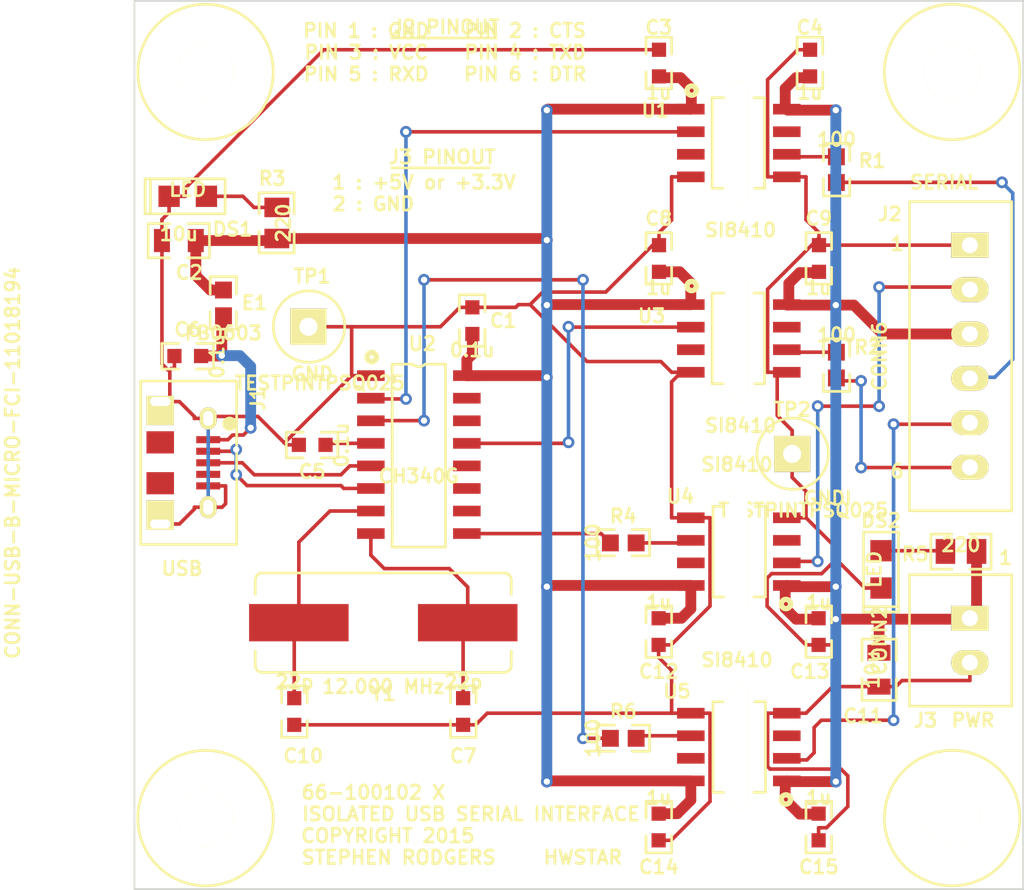
<source format=kicad_pcb>
(kicad_pcb (version 20171130) (host pcbnew "(5.1.12)-1")

  (general
    (thickness 1.6)
    (drawings 25)
    (tracks 350)
    (zones 0)
    (modules 39)
    (nets 25)
  )

  (page A3)
  (layers
    (0 F.Cu signal)
    (31 B.Cu signal)
    (32 B.Adhes user)
    (33 F.Adhes user)
    (34 B.Paste user)
    (35 F.Paste user)
    (36 B.SilkS user)
    (37 F.SilkS user)
    (38 B.Mask user)
    (39 F.Mask user)
    (40 Dwgs.User user)
    (41 Cmts.User user)
    (42 Eco1.User user)
    (43 Eco2.User user)
    (44 Edge.Cuts user)
  )

  (setup
    (last_trace_width 0.2032)
    (trace_clearance 0.2032)
    (zone_clearance 0.508)
    (zone_45_only no)
    (trace_min 0.1524)
    (via_size 0.6604)
    (via_drill 0.3556)
    (via_min_size 0.6604)
    (via_min_drill 0.3556)
    (uvia_size 0.508)
    (uvia_drill 0.127)
    (uvias_allowed no)
    (uvia_min_size 0.254)
    (uvia_min_drill 0.127)
    (edge_width 0.0762)
    (segment_width 0.1524)
    (pcb_text_width 0.1524)
    (pcb_text_size 0.762 0.762)
    (mod_edge_width 0.1524)
    (mod_text_size 0.762 0.762)
    (mod_text_width 0.1524)
    (pad_size 3.175 3.175)
    (pad_drill 3.175)
    (pad_to_mask_clearance 0)
    (aux_axis_origin 0 0)
    (visible_elements 7FFFFFFF)
    (pcbplotparams
      (layerselection 0x00030_ffffffff)
      (usegerberextensions true)
      (usegerberattributes true)
      (usegerberadvancedattributes true)
      (creategerberjobfile true)
      (excludeedgelayer true)
      (linewidth 0.150000)
      (plotframeref false)
      (viasonmask false)
      (mode 1)
      (useauxorigin false)
      (hpglpennumber 1)
      (hpglpenspeed 20)
      (hpglpendiameter 15.000000)
      (psnegative false)
      (psa4output false)
      (plotreference true)
      (plotvalue false)
      (plotinvisibletext false)
      (padsonsilk false)
      (subtractmaskfromsilk false)
      (outputformat 1)
      (mirror false)
      (drillshape 0)
      (scaleselection 1)
      (outputdirectory "/home/srodgers/projects/kicad/ch340-usb-serial-isolated/66-100102/"))
  )

  (net 0 "")
  (net 1 +5V)
  (net 2 +5VI)
  (net 3 /CTSI)
  (net 4 /CTSU)
  (net 5 /D+)
  (net 6 /D-)
  (net 7 /DTRI)
  (net 8 /DTRU)
  (net 9 /RXDI)
  (net 10 /RXDU)
  (net 11 /TXDI)
  (net 12 /TXDU)
  (net 13 /VBUS)
  (net 14 GND)
  (net 15 GNDI)
  (net 16 N-0000010)
  (net 17 N-0000011)
  (net 18 N-000002)
  (net 19 N-0000022)
  (net 20 N-0000025)
  (net 21 N-0000032)
  (net 22 N-0000034)
  (net 23 N-0000036)
  (net 24 N-000004)

  (net_class Default "This is the default net class."
    (clearance 0.2032)
    (trace_width 0.2032)
    (via_dia 0.6604)
    (via_drill 0.3556)
    (uvia_dia 0.508)
    (uvia_drill 0.127)
    (add_net /CTSI)
    (add_net /CTSU)
    (add_net /D+)
    (add_net /D-)
    (add_net /DTRI)
    (add_net /DTRU)
    (add_net /RXDI)
    (add_net /RXDU)
    (add_net /TXDI)
    (add_net /TXDU)
    (add_net GND)
    (add_net GNDI)
    (add_net N-0000010)
    (add_net N-0000011)
    (add_net N-000002)
    (add_net N-0000022)
    (add_net N-0000025)
    (add_net N-0000032)
    (add_net N-0000034)
    (add_net N-0000036)
    (add_net N-000004)
  )

  (net_class Power ""
    (clearance 0.2032)
    (trace_width 0.6096)
    (via_dia 0.6604)
    (via_drill 0.3556)
    (uvia_dia 0.508)
    (uvia_drill 0.127)
    (add_net +5V)
    (add_net +5VI)
    (add_net /VBUS)
  )

  (module SOIC8N-SI8410 (layer F.Cu) (tedit 556B7C4E) (tstamp 556A684D)
    (at 214 147 180)
    (path /556A41CC)
    (fp_text reference U5 (at 3.4848 3.1344 180) (layer F.SilkS)
      (effects (font (size 0.762 0.762) (thickness 0.1524)))
    )
    (fp_text value SI8410 (at 0.1 4.9 180) (layer F.SilkS)
      (effects (font (size 0.762 0.762) (thickness 0.1524)))
    )
    (fp_circle (center -2.65 -2.95) (end -2.55 -3) (layer F.SilkS) (width 0.3))
    (fp_line (start -1.5 2.55) (end -1.5 -2.55) (layer F.SilkS) (width 0.1524))
    (fp_line (start 1.45 -2.55) (end 1.45 2.55) (layer F.SilkS) (width 0.1524))
    (fp_line (start 1.45 -2.55) (end 0.85 -2.55) (layer F.SilkS) (width 0.1524))
    (fp_line (start -1.5 -2.55) (end -0.85 -2.55) (layer F.SilkS) (width 0.1524))
    (fp_line (start -1.5 2.55) (end -0.9 2.55) (layer F.SilkS) (width 0.1524))
    (fp_line (start 1.45 2.55) (end 0.9 2.55) (layer F.SilkS) (width 0.1524))
    (pad 1 smd rect (at -2.7 -1.905 180) (size 1.55 0.6) (layers F.Cu F.Paste F.Mask)
      (net 2 +5VI))
    (pad 2 smd rect (at -2.7 -0.635 180) (size 1.55 0.6) (layers F.Cu F.Paste F.Mask)
      (net 9 /RXDI))
    (pad 3 smd rect (at -2.7 0.635 180) (size 1.55 0.6) (layers F.Cu F.Paste F.Mask))
    (pad 4 smd rect (at -2.7 1.905 180) (size 1.55 0.6) (layers F.Cu F.Paste F.Mask)
      (net 15 GNDI))
    (pad 5 smd rect (at 2.7 1.905 180) (size 1.55 0.6) (layers F.Cu F.Paste F.Mask)
      (net 14 GND))
    (pad 6 smd rect (at 2.7 0.635 180) (size 1.55 0.6) (layers F.Cu F.Paste F.Mask)
      (net 24 N-000004))
    (pad 7 smd rect (at 2.7 -0.635 180) (size 1.55 0.6) (layers F.Cu F.Paste F.Mask))
    (pad 8 smd rect (at 2.7 -1.905 180) (size 1.55 0.6) (layers F.Cu F.Paste F.Mask)
      (net 1 +5V))
    (pad "" np_thru_hole oval (at 0 0 180) (size 1 7) (drill oval 1 7) (layers *.Cu *.Mask F.SilkS))
  )

  (module SOIC8N-SI8410 (layer F.Cu) (tedit 556B7C58) (tstamp 556A6861)
    (at 214 136 180)
    (path /556A41BD)
    (fp_text reference U4 (at 3.2816 3.1072 180) (layer F.SilkS)
      (effects (font (size 0.762 0.762) (thickness 0.1524)))
    )
    (fp_text value SI8410 (at 0.1 4.9 180) (layer F.SilkS)
      (effects (font (size 0.762 0.762) (thickness 0.1524)))
    )
    (fp_circle (center -2.65 -2.95) (end -2.55 -3) (layer F.SilkS) (width 0.3))
    (fp_line (start -1.5 2.55) (end -1.5 -2.55) (layer F.SilkS) (width 0.1524))
    (fp_line (start 1.45 -2.55) (end 1.45 2.55) (layer F.SilkS) (width 0.1524))
    (fp_line (start 1.45 -2.55) (end 0.85 -2.55) (layer F.SilkS) (width 0.1524))
    (fp_line (start -1.5 -2.55) (end -0.85 -2.55) (layer F.SilkS) (width 0.1524))
    (fp_line (start -1.5 2.55) (end -0.9 2.55) (layer F.SilkS) (width 0.1524))
    (fp_line (start 1.45 2.55) (end 0.9 2.55) (layer F.SilkS) (width 0.1524))
    (pad 1 smd rect (at -2.7 -1.905 180) (size 1.55 0.6) (layers F.Cu F.Paste F.Mask)
      (net 2 +5VI))
    (pad 2 smd rect (at -2.7 -0.635 180) (size 1.55 0.6) (layers F.Cu F.Paste F.Mask)
      (net 3 /CTSI))
    (pad 3 smd rect (at -2.7 0.635 180) (size 1.55 0.6) (layers F.Cu F.Paste F.Mask))
    (pad 4 smd rect (at -2.7 1.905 180) (size 1.55 0.6) (layers F.Cu F.Paste F.Mask)
      (net 15 GNDI))
    (pad 5 smd rect (at 2.7 1.905 180) (size 1.55 0.6) (layers F.Cu F.Paste F.Mask)
      (net 14 GND))
    (pad 6 smd rect (at 2.7 0.635 180) (size 1.55 0.6) (layers F.Cu F.Paste F.Mask)
      (net 20 N-0000025))
    (pad 7 smd rect (at 2.7 -0.635 180) (size 1.55 0.6) (layers F.Cu F.Paste F.Mask))
    (pad 8 smd rect (at 2.7 -1.905 180) (size 1.55 0.6) (layers F.Cu F.Paste F.Mask)
      (net 1 +5V))
    (pad "" np_thru_hole oval (at 0 0 180) (size 1 7) (drill oval 1 7) (layers *.Cu *.Mask F.SilkS))
  )

  (module SOIC8N-SI8410 (layer F.Cu) (tedit 556B7C60) (tstamp 556A6875)
    (at 214 124)
    (path /556A41AE)
    (fp_text reference U3 (at -4.9072 -1.2672) (layer F.SilkS)
      (effects (font (size 0.762 0.762) (thickness 0.1524)))
    )
    (fp_text value SI8410 (at 0.1 4.9) (layer F.SilkS)
      (effects (font (size 0.762 0.762) (thickness 0.1524)))
    )
    (fp_circle (center -2.65 -2.95) (end -2.55 -3) (layer F.SilkS) (width 0.3))
    (fp_line (start -1.5 2.55) (end -1.5 -2.55) (layer F.SilkS) (width 0.1524))
    (fp_line (start 1.45 -2.55) (end 1.45 2.55) (layer F.SilkS) (width 0.1524))
    (fp_line (start 1.45 -2.55) (end 0.85 -2.55) (layer F.SilkS) (width 0.1524))
    (fp_line (start -1.5 -2.55) (end -0.85 -2.55) (layer F.SilkS) (width 0.1524))
    (fp_line (start -1.5 2.55) (end -0.9 2.55) (layer F.SilkS) (width 0.1524))
    (fp_line (start 1.45 2.55) (end 0.9 2.55) (layer F.SilkS) (width 0.1524))
    (pad 1 smd rect (at -2.7 -1.905) (size 1.55 0.6) (layers F.Cu F.Paste F.Mask)
      (net 1 +5V))
    (pad 2 smd rect (at -2.7 -0.635) (size 1.55 0.6) (layers F.Cu F.Paste F.Mask)
      (net 8 /DTRU))
    (pad 3 smd rect (at -2.7 0.635) (size 1.55 0.6) (layers F.Cu F.Paste F.Mask))
    (pad 4 smd rect (at -2.7 1.905) (size 1.55 0.6) (layers F.Cu F.Paste F.Mask)
      (net 14 GND))
    (pad 5 smd rect (at 2.7 1.905) (size 1.55 0.6) (layers F.Cu F.Paste F.Mask)
      (net 15 GNDI))
    (pad 6 smd rect (at 2.7 0.635) (size 1.55 0.6) (layers F.Cu F.Paste F.Mask)
      (net 19 N-0000022))
    (pad 7 smd rect (at 2.7 -0.635) (size 1.55 0.6) (layers F.Cu F.Paste F.Mask))
    (pad 8 smd rect (at 2.7 -1.905) (size 1.55 0.6) (layers F.Cu F.Paste F.Mask)
      (net 2 +5VI))
    (pad "" np_thru_hole oval (at 0 0) (size 1 7) (drill oval 1 7) (layers *.Cu *.Mask F.SilkS))
  )

  (module SOIC8N-SI8410 (layer F.Cu) (tedit 556B7C69) (tstamp 556A6889)
    (at 214 113)
    (path /556A4190)
    (fp_text reference U1 (at -4.704 -1.8496) (layer F.SilkS)
      (effects (font (size 0.762 0.762) (thickness 0.1524)))
    )
    (fp_text value SI8410 (at 0.1 4.9) (layer F.SilkS)
      (effects (font (size 0.762 0.762) (thickness 0.1524)))
    )
    (fp_circle (center -2.65 -2.95) (end -2.55 -3) (layer F.SilkS) (width 0.3))
    (fp_line (start -1.5 2.55) (end -1.5 -2.55) (layer F.SilkS) (width 0.1524))
    (fp_line (start 1.45 -2.55) (end 1.45 2.55) (layer F.SilkS) (width 0.1524))
    (fp_line (start 1.45 -2.55) (end 0.85 -2.55) (layer F.SilkS) (width 0.1524))
    (fp_line (start -1.5 -2.55) (end -0.85 -2.55) (layer F.SilkS) (width 0.1524))
    (fp_line (start -1.5 2.55) (end -0.9 2.55) (layer F.SilkS) (width 0.1524))
    (fp_line (start 1.45 2.55) (end 0.9 2.55) (layer F.SilkS) (width 0.1524))
    (pad 1 smd rect (at -2.7 -1.905) (size 1.55 0.6) (layers F.Cu F.Paste F.Mask)
      (net 1 +5V))
    (pad 2 smd rect (at -2.7 -0.635) (size 1.55 0.6) (layers F.Cu F.Paste F.Mask)
      (net 12 /TXDU))
    (pad 3 smd rect (at -2.7 0.635) (size 1.55 0.6) (layers F.Cu F.Paste F.Mask))
    (pad 4 smd rect (at -2.7 1.905) (size 1.55 0.6) (layers F.Cu F.Paste F.Mask)
      (net 14 GND))
    (pad 5 smd rect (at 2.7 1.905) (size 1.55 0.6) (layers F.Cu F.Paste F.Mask)
      (net 15 GNDI))
    (pad 6 smd rect (at 2.7 0.635) (size 1.55 0.6) (layers F.Cu F.Paste F.Mask)
      (net 18 N-000002))
    (pad 7 smd rect (at 2.7 -0.635) (size 1.55 0.6) (layers F.Cu F.Paste F.Mask))
    (pad 8 smd rect (at 2.7 -1.905) (size 1.55 0.6) (layers F.Cu F.Paste F.Mask)
      (net 2 +5VI))
    (pad "" np_thru_hole oval (at 0 0) (size 1 7) (drill oval 1 7) (layers *.Cu *.Mask F.SilkS))
  )

  (module RC0805 (layer F.Cu) (tedit 556B7B0D) (tstamp 556A68B2)
    (at 226.5 136 180)
    (path /556A7386)
    (attr smd)
    (fp_text reference R5 (at 2.5736 -0.144 180) (layer F.SilkS)
      (effects (font (size 0.762 0.762) (thickness 0.1524)))
    )
    (fp_text value 220 (at 0 0.381 180) (layer F.SilkS)
      (effects (font (size 0.762 0.762) (thickness 0.1524)))
    )
    (fp_line (start 1.7 0.985) (end 0.518 0.985) (layer F.SilkS) (width 0.15))
    (fp_line (start 1.7 -0.985) (end 1.7 0.985) (layer F.SilkS) (width 0.1524))
    (fp_line (start 0.518 -0.985) (end 1.7 -0.985) (layer F.SilkS) (width 0.1524))
    (fp_line (start -1.69 -0.985) (end -0.498 -0.985) (layer F.SilkS) (width 0.1524))
    (fp_line (start -1.69 0.985) (end -1.69 -0.985) (layer F.SilkS) (width 0.1524))
    (fp_line (start -0.498 0.985) (end -1.69 0.985) (layer F.SilkS) (width 0.1524))
    (pad 1 smd rect (at -0.875 0.01 180) (size 1.1 1.4) (layers F.Cu F.Paste F.Mask)
      (net 2 +5VI))
    (pad 2 smd rect (at 0.875 0.01 180) (size 1.1 1.4) (layers F.Cu F.Paste F.Mask)
      (net 16 N-0000010))
    (model smd/chip_cms.wrl
      (at (xyz 0 0 0))
      (scale (xyz 0.1 0.1 0.1))
      (rotate (xyz 0 0 0))
    )
  )

  (module RC0805 (layer F.Cu) (tedit 556B6C77) (tstamp 556A68BE)
    (at 188 117.5 90)
    (path /556A7181)
    (attr smd)
    (fp_text reference R3 (at 2.5 -0.25 180) (layer F.SilkS)
      (effects (font (size 0.762 0.762) (thickness 0.1524)))
    )
    (fp_text value 220 (at 0 0.381 90) (layer F.SilkS)
      (effects (font (size 0.762 0.762) (thickness 0.1524)))
    )
    (fp_line (start 1.7 0.985) (end 0.518 0.985) (layer F.SilkS) (width 0.15))
    (fp_line (start 1.7 -0.985) (end 1.7 0.985) (layer F.SilkS) (width 0.1524))
    (fp_line (start 0.518 -0.985) (end 1.7 -0.985) (layer F.SilkS) (width 0.1524))
    (fp_line (start -1.69 -0.985) (end -0.498 -0.985) (layer F.SilkS) (width 0.1524))
    (fp_line (start -1.69 0.985) (end -1.69 -0.985) (layer F.SilkS) (width 0.1524))
    (fp_line (start -0.498 0.985) (end -1.69 0.985) (layer F.SilkS) (width 0.1524))
    (pad 1 smd rect (at -0.875 0.01 90) (size 1.1 1.4) (layers F.Cu F.Paste F.Mask)
      (net 1 +5V))
    (pad 2 smd rect (at 0.875 0.01 90) (size 1.1 1.4) (layers F.Cu F.Paste F.Mask)
      (net 17 N-0000011))
    (model smd/chip_cms.wrl
      (at (xyz 0 0 0))
      (scale (xyz 0.1 0.1 0.1))
      (rotate (xyz 0 0 0))
    )
  )

  (module RC0603 (layer F.Cu) (tedit 556B6B57) (tstamp 556A68CA)
    (at 219.5 114.5 270)
    (path /556A4CDE)
    (attr smd)
    (fp_text reference R1 (at -0.5 -2) (layer F.SilkS)
      (effects (font (size 0.762 0.762) (thickness 0.1524)))
    )
    (fp_text value 100 (at -1.69926 0) (layer F.SilkS)
      (effects (font (size 0.762 0.762) (thickness 0.1524)))
    )
    (fp_line (start 1.48 0.7385) (end 0.50538 0.7385) (layer F.SilkS) (width 0.1524))
    (fp_line (start 1.48 -0.7385) (end 1.48 0.7385) (layer F.SilkS) (width 0.1524))
    (fp_line (start 1.48 -0.7385) (end 0.50538 -0.7385) (layer F.SilkS) (width 0.1524))
    (fp_line (start -1.48 0.7385) (end -0.49538 0.7385) (layer F.SilkS) (width 0.1524))
    (fp_line (start -1.48 -0.7385) (end -1.48 0.7385) (layer F.SilkS) (width 0.1524))
    (fp_line (start -0.49538 -0.7385) (end -1.48 -0.7385) (layer F.SilkS) (width 0.1524))
    (pad 1 smd rect (at -0.725 0.01 270) (size 0.95 0.95) (layers F.Cu F.Paste F.Mask)
      (net 18 N-000002))
    (pad 2 smd rect (at 0.725 0.01 270) (size 0.95 0.95) (layers F.Cu F.Paste F.Mask)
      (net 11 /TXDI))
    (model smd\resistors\R0603.wrl
      (offset (xyz 0 0 0.02539999961853028))
      (scale (xyz 0.5 0.5 0.5))
      (rotate (xyz 0 0 0))
    )
  )

  (module RC0603 (layer F.Cu) (tedit 556B6C63) (tstamp 556A68D6)
    (at 219.5 125.5 270)
    (path /556A4CF5)
    (attr smd)
    (fp_text reference R2 (at -1 -1.75) (layer F.SilkS)
      (effects (font (size 0.762 0.762) (thickness 0.1524)))
    )
    (fp_text value 100 (at -1.69926 0) (layer F.SilkS)
      (effects (font (size 0.762 0.762) (thickness 0.1524)))
    )
    (fp_line (start 1.48 0.7385) (end 0.50538 0.7385) (layer F.SilkS) (width 0.1524))
    (fp_line (start 1.48 -0.7385) (end 1.48 0.7385) (layer F.SilkS) (width 0.1524))
    (fp_line (start 1.48 -0.7385) (end 0.50538 -0.7385) (layer F.SilkS) (width 0.1524))
    (fp_line (start -1.48 0.7385) (end -0.49538 0.7385) (layer F.SilkS) (width 0.1524))
    (fp_line (start -1.48 -0.7385) (end -1.48 0.7385) (layer F.SilkS) (width 0.1524))
    (fp_line (start -0.49538 -0.7385) (end -1.48 -0.7385) (layer F.SilkS) (width 0.1524))
    (pad 1 smd rect (at -0.725 0.01 270) (size 0.95 0.95) (layers F.Cu F.Paste F.Mask)
      (net 19 N-0000022))
    (pad 2 smd rect (at 0.725 0.01 270) (size 0.95 0.95) (layers F.Cu F.Paste F.Mask)
      (net 7 /DTRI))
    (model smd\resistors\R0603.wrl
      (offset (xyz 0 0 0.02539999961853028))
      (scale (xyz 0.5 0.5 0.5))
      (rotate (xyz 0 0 0))
    )
  )

  (module RC0603 (layer F.Cu) (tedit 556B6CAF) (tstamp 556A68E2)
    (at 207.5 135.5)
    (path /556A4CFB)
    (attr smd)
    (fp_text reference R4 (at 0 -1.5) (layer F.SilkS)
      (effects (font (size 0.762 0.762) (thickness 0.1524)))
    )
    (fp_text value 100 (at -1.69926 0 90) (layer F.SilkS)
      (effects (font (size 0.762 0.762) (thickness 0.1524)))
    )
    (fp_line (start 1.48 0.7385) (end 0.50538 0.7385) (layer F.SilkS) (width 0.1524))
    (fp_line (start 1.48 -0.7385) (end 1.48 0.7385) (layer F.SilkS) (width 0.1524))
    (fp_line (start 1.48 -0.7385) (end 0.50538 -0.7385) (layer F.SilkS) (width 0.1524))
    (fp_line (start -1.48 0.7385) (end -0.49538 0.7385) (layer F.SilkS) (width 0.1524))
    (fp_line (start -1.48 -0.7385) (end -1.48 0.7385) (layer F.SilkS) (width 0.1524))
    (fp_line (start -0.49538 -0.7385) (end -1.48 -0.7385) (layer F.SilkS) (width 0.1524))
    (pad 1 smd rect (at -0.725 0.01) (size 0.95 0.95) (layers F.Cu F.Paste F.Mask)
      (net 4 /CTSU))
    (pad 2 smd rect (at 0.725 0.01) (size 0.95 0.95) (layers F.Cu F.Paste F.Mask)
      (net 20 N-0000025))
    (model smd\resistors\R0603.wrl
      (offset (xyz 0 0 0.02539999961853028))
      (scale (xyz 0.5 0.5 0.5))
      (rotate (xyz 0 0 0))
    )
  )

  (module RC0603 (layer F.Cu) (tedit 556B6C2C) (tstamp 556A68EE)
    (at 207.5 146.5)
    (path /556A4D01)
    (attr smd)
    (fp_text reference R6 (at 0 -1.5) (layer F.SilkS)
      (effects (font (size 0.762 0.762) (thickness 0.1524)))
    )
    (fp_text value 100 (at -1.69926 0 90) (layer F.SilkS)
      (effects (font (size 0.762 0.762) (thickness 0.1524)))
    )
    (fp_line (start 1.48 0.7385) (end 0.50538 0.7385) (layer F.SilkS) (width 0.1524))
    (fp_line (start 1.48 -0.7385) (end 1.48 0.7385) (layer F.SilkS) (width 0.1524))
    (fp_line (start 1.48 -0.7385) (end 0.50538 -0.7385) (layer F.SilkS) (width 0.1524))
    (fp_line (start -1.48 0.7385) (end -0.49538 0.7385) (layer F.SilkS) (width 0.1524))
    (fp_line (start -1.48 -0.7385) (end -1.48 0.7385) (layer F.SilkS) (width 0.1524))
    (fp_line (start -0.49538 -0.7385) (end -1.48 -0.7385) (layer F.SilkS) (width 0.1524))
    (pad 1 smd rect (at -0.725 0.01) (size 0.95 0.95) (layers F.Cu F.Paste F.Mask)
      (net 10 /RXDU))
    (pad 2 smd rect (at 0.725 0.01) (size 0.95 0.95) (layers F.Cu F.Paste F.Mask)
      (net 24 N-000004))
    (model smd\resistors\R0603.wrl
      (offset (xyz 0 0 0.02539999961853028))
      (scale (xyz 0.5 0.5 0.5))
      (rotate (xyz 0 0 0))
    )
  )

  (module RC0603 (layer F.Cu) (tedit 556B6C6F) (tstamp 556A68FA)
    (at 185 122 90)
    (path /556A308B)
    (attr smd)
    (fp_text reference E1 (at 0 1.75 180) (layer F.SilkS)
      (effects (font (size 0.762 0.762) (thickness 0.1524)))
    )
    (fp_text value FB0603 (at -1.69926 0 180) (layer F.SilkS)
      (effects (font (size 0.762 0.762) (thickness 0.1524)))
    )
    (fp_line (start 1.48 0.7385) (end 0.50538 0.7385) (layer F.SilkS) (width 0.1524))
    (fp_line (start 1.48 -0.7385) (end 1.48 0.7385) (layer F.SilkS) (width 0.1524))
    (fp_line (start 1.48 -0.7385) (end 0.50538 -0.7385) (layer F.SilkS) (width 0.1524))
    (fp_line (start -1.48 0.7385) (end -0.49538 0.7385) (layer F.SilkS) (width 0.1524))
    (fp_line (start -1.48 -0.7385) (end -1.48 0.7385) (layer F.SilkS) (width 0.1524))
    (fp_line (start -0.49538 -0.7385) (end -1.48 -0.7385) (layer F.SilkS) (width 0.1524))
    (pad 1 smd rect (at -0.725 0.01 90) (size 0.95 0.95) (layers F.Cu F.Paste F.Mask)
      (net 13 /VBUS))
    (pad 2 smd rect (at 0.725 0.01 90) (size 0.95 0.95) (layers F.Cu F.Paste F.Mask)
      (net 1 +5V))
    (model smd\resistors\R0603.wrl
      (offset (xyz 0 0 0.02539999961853028))
      (scale (xyz 0.5 0.5 0.5))
      (rotate (xyz 0 0 0))
    )
  )

  (module JST_B6B_XH_A (layer F.Cu) (tedit 556B6CEF) (tstamp 556A6909)
    (at 227 125 270)
    (path /556A6A32)
    (fp_text reference J2 (at -8 4.5) (layer F.SilkS)
      (effects (font (size 0.762 0.762) (thickness 0.1524)))
    )
    (fp_text value CONN6 (at 0 5.08 270) (layer F.SilkS)
      (effects (font (size 0.762 0.762) (thickness 0.1524)))
    )
    (fp_line (start -8.7 3.4) (end -8.7 -2.35) (layer F.SilkS) (width 0.15))
    (fp_line (start -4.9 3.4) (end -4.95 3.4) (layer F.SilkS) (width 0.15))
    (fp_line (start 8.7 3.4) (end -8.7 3.4) (layer F.SilkS) (width 0.15))
    (fp_line (start 8.7 -2.35) (end 8.7 3.4) (layer F.SilkS) (width 0.15))
    (fp_line (start -8.7 -2.35) (end 8.7 -2.35) (layer F.SilkS) (width 0.15))
    (pad 2 thru_hole oval (at -3.75 0 270) (size 1.4 2.1) (drill 0.9) (layers *.Cu *.Mask F.SilkS)
      (net 3 /CTSI))
    (pad 3 thru_hole oval (at -1.25 0 270) (size 1.4 2.1) (drill 0.9) (layers *.Cu *.Mask F.SilkS)
      (net 2 +5VI))
    (pad 1 thru_hole rect (at -6.25 0 270) (size 1.4 2.1) (drill 0.9) (layers *.Cu *.Mask F.SilkS)
      (net 15 GNDI))
    (pad 4 thru_hole oval (at 1.25 0 270) (size 1.4 2.1) (drill 0.9) (layers *.Cu *.Mask F.SilkS)
      (net 11 /TXDI))
    (pad 5 thru_hole oval (at 3.75 0 270) (size 1.4 2.1) (drill 0.9) (layers *.Cu *.Mask F.SilkS)
      (net 9 /RXDI))
    (pad 6 thru_hole oval (at 6.25 0 270) (size 1.4 2.1) (drill 0.9) (layers *.Cu *.Mask F.SilkS)
      (net 7 /DTRI))
  )

  (module JST_B2B_XH_A (layer F.Cu) (tedit 556B6B8C) (tstamp 556A6913)
    (at 227 141 270)
    (path /556A6F6D)
    (fp_text reference J3 (at 4.5 2.5) (layer F.SilkS)
      (effects (font (size 0.762 0.762) (thickness 0.1524)))
    )
    (fp_text value CONN2 (at 0 5.08 270) (layer F.SilkS)
      (effects (font (size 0.762 0.762) (thickness 0.1524)))
    )
    (fp_line (start -3.7 3.4) (end -3.7 -2.35) (layer F.SilkS) (width 0.15))
    (fp_line (start 3.7 3.4) (end -3.7 3.4) (layer F.SilkS) (width 0.15))
    (fp_line (start 3.7 -2.35) (end 3.7 3.4) (layer F.SilkS) (width 0.15))
    (fp_line (start -3.7 -2.35) (end 3.7 -2.35) (layer F.SilkS) (width 0.15))
    (pad 1 thru_hole rect (at -1.25 0 270) (size 1.4 2.1) (drill 0.9) (layers *.Cu *.Mask F.SilkS)
      (net 2 +5VI))
    (pad 2 thru_hole oval (at 1.25 0 270) (size 1.4 2.1) (drill 0.9) (layers *.Cu *.Mask F.SilkS)
      (net 15 GNDI))
  )

  (module HC49US-SAR (layer F.Cu) (tedit 556B6B34) (tstamp 556A6923)
    (at 194 140)
    (path /556A32BA)
    (fp_text reference Y1 (at 0 4) (layer F.SilkS)
      (effects (font (size 0.762 0.762) (thickness 0.1524)))
    )
    (fp_text value "12.000 MHz" (at 0 3.6) (layer F.SilkS)
      (effects (font (size 0.762 0.762) (thickness 0.1524)))
    )
    (fp_line (start 6.7 -2.8) (end -6.7 -2.8) (layer F.SilkS) (width 0.1524))
    (fp_line (start 6.7 2.8) (end -6.7 2.8) (layer F.SilkS) (width 0.1524))
    (fp_line (start 7.2 -2.4) (end 7.2 -1.6) (layer F.SilkS) (width 0.1524))
    (fp_line (start 7.2 2.4) (end 7.2 1.6) (layer F.SilkS) (width 0.1524))
    (fp_line (start -7.2 2.4) (end -7.2 1.6) (layer F.SilkS) (width 0.1524))
    (fp_line (start -7.2 -2.4) (end -7.2 -1.6) (layer F.SilkS) (width 0.1524))
    (fp_arc (start 6.8 2.4) (end 7.2 2.4) (angle 90) (layer F.SilkS) (width 0.1524))
    (fp_arc (start -6.8 2.4) (end -6.8 2.8) (angle 90) (layer F.SilkS) (width 0.1524))
    (fp_arc (start 6.8 -2.4) (end 6.8 -2.8) (angle 90) (layer F.SilkS) (width 0.1524))
    (fp_arc (start -6.8 -2.4) (end -7.2 -2.4) (angle 90) (layer F.SilkS) (width 0.1524))
    (pad 1 smd rect (at -4.75 0) (size 5.6 2.1) (layers F.Cu F.Paste F.Mask)
      (net 21 N-0000032))
    (pad 2 smd rect (at 4.75 0) (size 5.6 2.1) (layers F.Cu F.Paste F.Mask)
      (net 23 N-0000036))
  )

  (module CC0805 (layer F.Cu) (tedit 556B6C1E) (tstamp 556A6944)
    (at 221.894 142.646 270)
    (path /556A6D83)
    (attr smd)
    (fp_text reference C11 (at 2.6036 0.8944) (layer F.SilkS)
      (effects (font (size 0.762 0.762) (thickness 0.1524)))
    )
    (fp_text value 10u (at 0 0.381 270) (layer F.SilkS)
      (effects (font (size 0.762 0.762) (thickness 0.1524)))
    )
    (fp_line (start 1.729 0.962) (end 0.513 0.962) (layer F.SilkS) (width 0.1524))
    (fp_line (start 1.729 -0.962) (end 1.729 0.962) (layer F.SilkS) (width 0.1524))
    (fp_line (start 0.513 -0.962) (end 1.729 -0.962) (layer F.SilkS) (width 0.1524))
    (fp_line (start -1.719 -0.962) (end -0.503 -0.962) (layer F.SilkS) (width 0.1524))
    (fp_line (start -1.719 0.962) (end -1.719 -0.962) (layer F.SilkS) (width 0.1524))
    (fp_line (start -0.503 0.962) (end -1.719 0.962) (layer F.SilkS) (width 0.1524))
    (pad 1 smd rect (at -0.9525 0.01 270) (size 0.9 1.3) (layers F.Cu F.Paste F.Mask)
      (net 2 +5VI))
    (pad 2 smd rect (at 0.9525 0.01 270) (size 0.9 1.3) (layers F.Cu F.Paste F.Mask)
      (net 15 GNDI))
    (model smd/chip_cms.wrl
      (at (xyz 0 0 0))
      (scale (xyz 0.1 0.1 0.1))
      (rotate (xyz 0 0 0))
    )
  )

  (module CC0805 (layer F.Cu) (tedit 556B7729) (tstamp 556A6950)
    (at 182.5 118.5 180)
    (path /556A31E9)
    (attr smd)
    (fp_text reference C2 (at -0.5832 -1.7944 180) (layer F.SilkS)
      (effects (font (size 0.762 0.762) (thickness 0.1524)))
    )
    (fp_text value 10u (at 0 0.381 180) (layer F.SilkS)
      (effects (font (size 0.762 0.762) (thickness 0.1524)))
    )
    (fp_line (start 1.729 0.962) (end 0.513 0.962) (layer F.SilkS) (width 0.1524))
    (fp_line (start 1.729 -0.962) (end 1.729 0.962) (layer F.SilkS) (width 0.1524))
    (fp_line (start 0.513 -0.962) (end 1.729 -0.962) (layer F.SilkS) (width 0.1524))
    (fp_line (start -1.719 -0.962) (end -0.503 -0.962) (layer F.SilkS) (width 0.1524))
    (fp_line (start -1.719 0.962) (end -1.719 -0.962) (layer F.SilkS) (width 0.1524))
    (fp_line (start -0.503 0.962) (end -1.719 0.962) (layer F.SilkS) (width 0.1524))
    (pad 1 smd rect (at -0.9525 0.01 180) (size 0.9 1.3) (layers F.Cu F.Paste F.Mask)
      (net 1 +5V))
    (pad 2 smd rect (at 0.9525 0.01 180) (size 0.9 1.3) (layers F.Cu F.Paste F.Mask)
      (net 14 GND))
    (model smd/chip_cms.wrl
      (at (xyz 0 0 0))
      (scale (xyz 0.1 0.1 0.1))
      (rotate (xyz 0 0 0))
    )
  )

  (module CC0603 (layer F.Cu) (tedit 556B6C0E) (tstamp 556A695C)
    (at 209.5 151.5 270)
    (path /556A4850)
    (attr smd)
    (fp_text reference C14 (at 2.25 0) (layer F.SilkS)
      (effects (font (size 0.762 0.762) (thickness 0.1524)))
    )
    (fp_text value 1u (at -1.651 0) (layer F.SilkS)
      (effects (font (size 0.762 0.762) (thickness 0.1524)))
    )
    (fp_line (start -1.445 0.72024) (end -1.445 -0.72024) (layer F.SilkS) (width 0.1524))
    (fp_line (start 1.455 -0.72024) (end 1.455 0.72024) (layer F.SilkS) (width 0.1524))
    (fp_line (start -1.445 -0.72024) (end -0.49538 -0.72024) (layer F.SilkS) (width 0.1524))
    (fp_line (start 0.50538 -0.72024) (end 1.455 -0.72024) (layer F.SilkS) (width 0.1524))
    (fp_line (start -0.49538 0.72024) (end -1.445 0.72024) (layer F.SilkS) (width 0.1524))
    (fp_line (start 0.50538 0.72024) (end 1.455 0.72024) (layer F.SilkS) (width 0.1524))
    (pad 1 smd rect (at -0.75 0.01 270) (size 0.8 0.8) (layers F.Cu F.Paste F.Mask)
      (net 1 +5V))
    (pad 2 smd rect (at 0.75 0.01 270) (size 0.8 0.8) (layers F.Cu F.Paste F.Mask)
      (net 14 GND))
    (model smd\capacitors\C0603.wrl
      (offset (xyz 0 0 0.02539999961853028))
      (scale (xyz 0.5 0.5 0.5))
      (rotate (xyz 0 0 0))
    )
  )

  (module CC0603 (layer F.Cu) (tedit 556B6C25) (tstamp 556A6968)
    (at 209.5 140.5 270)
    (path /556A484A)
    (attr smd)
    (fp_text reference C12 (at 2.25 0) (layer F.SilkS)
      (effects (font (size 0.762 0.762) (thickness 0.1524)))
    )
    (fp_text value 1u (at -1.651 0) (layer F.SilkS)
      (effects (font (size 0.762 0.762) (thickness 0.1524)))
    )
    (fp_line (start -1.445 0.72024) (end -1.445 -0.72024) (layer F.SilkS) (width 0.1524))
    (fp_line (start 1.455 -0.72024) (end 1.455 0.72024) (layer F.SilkS) (width 0.1524))
    (fp_line (start -1.445 -0.72024) (end -0.49538 -0.72024) (layer F.SilkS) (width 0.1524))
    (fp_line (start 0.50538 -0.72024) (end 1.455 -0.72024) (layer F.SilkS) (width 0.1524))
    (fp_line (start -0.49538 0.72024) (end -1.445 0.72024) (layer F.SilkS) (width 0.1524))
    (fp_line (start 0.50538 0.72024) (end 1.455 0.72024) (layer F.SilkS) (width 0.1524))
    (pad 1 smd rect (at -0.75 0.01 270) (size 0.8 0.8) (layers F.Cu F.Paste F.Mask)
      (net 1 +5V))
    (pad 2 smd rect (at 0.75 0.01 270) (size 0.8 0.8) (layers F.Cu F.Paste F.Mask)
      (net 14 GND))
    (model smd\capacitors\C0603.wrl
      (offset (xyz 0 0 0.02539999961853028))
      (scale (xyz 0.5 0.5 0.5))
      (rotate (xyz 0 0 0))
    )
  )

  (module CC0603 (layer F.Cu) (tedit 556B6C5B) (tstamp 556A6974)
    (at 209.5 119.5 90)
    (path /556A469E)
    (attr smd)
    (fp_text reference C8 (at 2.25 0 180) (layer F.SilkS)
      (effects (font (size 0.762 0.762) (thickness 0.1524)))
    )
    (fp_text value 1u (at -1.651 0 180) (layer F.SilkS)
      (effects (font (size 0.762 0.762) (thickness 0.1524)))
    )
    (fp_line (start -1.445 0.72024) (end -1.445 -0.72024) (layer F.SilkS) (width 0.1524))
    (fp_line (start 1.455 -0.72024) (end 1.455 0.72024) (layer F.SilkS) (width 0.1524))
    (fp_line (start -1.445 -0.72024) (end -0.49538 -0.72024) (layer F.SilkS) (width 0.1524))
    (fp_line (start 0.50538 -0.72024) (end 1.455 -0.72024) (layer F.SilkS) (width 0.1524))
    (fp_line (start -0.49538 0.72024) (end -1.445 0.72024) (layer F.SilkS) (width 0.1524))
    (fp_line (start 0.50538 0.72024) (end 1.455 0.72024) (layer F.SilkS) (width 0.1524))
    (pad 1 smd rect (at -0.75 0.01 90) (size 0.8 0.8) (layers F.Cu F.Paste F.Mask)
      (net 1 +5V))
    (pad 2 smd rect (at 0.75 0.01 90) (size 0.8 0.8) (layers F.Cu F.Paste F.Mask)
      (net 14 GND))
    (model smd\capacitors\C0603.wrl
      (offset (xyz 0 0 0.02539999961853028))
      (scale (xyz 0.5 0.5 0.5))
      (rotate (xyz 0 0 0))
    )
  )

  (module CC0603 (layer F.Cu) (tedit 556B6BF5) (tstamp 556A6980)
    (at 209.5 108.5 90)
    (path /556A436B)
    (attr smd)
    (fp_text reference C3 (at 2 0 180) (layer F.SilkS)
      (effects (font (size 0.762 0.762) (thickness 0.1524)))
    )
    (fp_text value 1u (at -1.651 0 180) (layer F.SilkS)
      (effects (font (size 0.762 0.762) (thickness 0.1524)))
    )
    (fp_line (start -1.445 0.72024) (end -1.445 -0.72024) (layer F.SilkS) (width 0.1524))
    (fp_line (start 1.455 -0.72024) (end 1.455 0.72024) (layer F.SilkS) (width 0.1524))
    (fp_line (start -1.445 -0.72024) (end -0.49538 -0.72024) (layer F.SilkS) (width 0.1524))
    (fp_line (start 0.50538 -0.72024) (end 1.455 -0.72024) (layer F.SilkS) (width 0.1524))
    (fp_line (start -0.49538 0.72024) (end -1.445 0.72024) (layer F.SilkS) (width 0.1524))
    (fp_line (start 0.50538 0.72024) (end 1.455 0.72024) (layer F.SilkS) (width 0.1524))
    (pad 1 smd rect (at -0.75 0.01 90) (size 0.8 0.8) (layers F.Cu F.Paste F.Mask)
      (net 1 +5V))
    (pad 2 smd rect (at 0.75 0.01 90) (size 0.8 0.8) (layers F.Cu F.Paste F.Mask)
      (net 14 GND))
    (model smd\capacitors\C0603.wrl
      (offset (xyz 0 0 0.02539999961853028))
      (scale (xyz 0.5 0.5 0.5))
      (rotate (xyz 0 0 0))
    )
  )

  (module CC0603 (layer F.Cu) (tedit 556B6BF3) (tstamp 556A698C)
    (at 218 108.5 90)
    (path /556A6547)
    (attr smd)
    (fp_text reference C4 (at 2 0 180) (layer F.SilkS)
      (effects (font (size 0.762 0.762) (thickness 0.1524)))
    )
    (fp_text value 1u (at -1.651 0 180) (layer F.SilkS)
      (effects (font (size 0.762 0.762) (thickness 0.1524)))
    )
    (fp_line (start -1.445 0.72024) (end -1.445 -0.72024) (layer F.SilkS) (width 0.1524))
    (fp_line (start 1.455 -0.72024) (end 1.455 0.72024) (layer F.SilkS) (width 0.1524))
    (fp_line (start -1.445 -0.72024) (end -0.49538 -0.72024) (layer F.SilkS) (width 0.1524))
    (fp_line (start 0.50538 -0.72024) (end 1.455 -0.72024) (layer F.SilkS) (width 0.1524))
    (fp_line (start -0.49538 0.72024) (end -1.445 0.72024) (layer F.SilkS) (width 0.1524))
    (fp_line (start 0.50538 0.72024) (end 1.455 0.72024) (layer F.SilkS) (width 0.1524))
    (pad 1 smd rect (at -0.75 0.01 90) (size 0.8 0.8) (layers F.Cu F.Paste F.Mask)
      (net 2 +5VI))
    (pad 2 smd rect (at 0.75 0.01 90) (size 0.8 0.8) (layers F.Cu F.Paste F.Mask)
      (net 15 GNDI))
    (model smd\capacitors\C0603.wrl
      (offset (xyz 0 0 0.02539999961853028))
      (scale (xyz 0.5 0.5 0.5))
      (rotate (xyz 0 0 0))
    )
  )

  (module CC0603 (layer F.Cu) (tedit 556B6C5D) (tstamp 556A6998)
    (at 218.5 119.5 90)
    (path /556A6553)
    (attr smd)
    (fp_text reference C9 (at 2.25 0 180) (layer F.SilkS)
      (effects (font (size 0.762 0.762) (thickness 0.1524)))
    )
    (fp_text value 1u (at -1.651 0 180) (layer F.SilkS)
      (effects (font (size 0.762 0.762) (thickness 0.1524)))
    )
    (fp_line (start -1.445 0.72024) (end -1.445 -0.72024) (layer F.SilkS) (width 0.1524))
    (fp_line (start 1.455 -0.72024) (end 1.455 0.72024) (layer F.SilkS) (width 0.1524))
    (fp_line (start -1.445 -0.72024) (end -0.49538 -0.72024) (layer F.SilkS) (width 0.1524))
    (fp_line (start 0.50538 -0.72024) (end 1.455 -0.72024) (layer F.SilkS) (width 0.1524))
    (fp_line (start -0.49538 0.72024) (end -1.445 0.72024) (layer F.SilkS) (width 0.1524))
    (fp_line (start 0.50538 0.72024) (end 1.455 0.72024) (layer F.SilkS) (width 0.1524))
    (pad 1 smd rect (at -0.75 0.01 90) (size 0.8 0.8) (layers F.Cu F.Paste F.Mask)
      (net 2 +5VI))
    (pad 2 smd rect (at 0.75 0.01 90) (size 0.8 0.8) (layers F.Cu F.Paste F.Mask)
      (net 15 GNDI))
    (model smd\capacitors\C0603.wrl
      (offset (xyz 0 0 0.02539999961853028))
      (scale (xyz 0.5 0.5 0.5))
      (rotate (xyz 0 0 0))
    )
  )

  (module CC0603 (layer F.Cu) (tedit 556B6C23) (tstamp 556A69A4)
    (at 218.5 140.5 270)
    (path /556A655F)
    (attr smd)
    (fp_text reference C13 (at 2.25 0.5) (layer F.SilkS)
      (effects (font (size 0.762 0.762) (thickness 0.1524)))
    )
    (fp_text value 1u (at -1.651 0) (layer F.SilkS)
      (effects (font (size 0.762 0.762) (thickness 0.1524)))
    )
    (fp_line (start -1.445 0.72024) (end -1.445 -0.72024) (layer F.SilkS) (width 0.1524))
    (fp_line (start 1.455 -0.72024) (end 1.455 0.72024) (layer F.SilkS) (width 0.1524))
    (fp_line (start -1.445 -0.72024) (end -0.49538 -0.72024) (layer F.SilkS) (width 0.1524))
    (fp_line (start 0.50538 -0.72024) (end 1.455 -0.72024) (layer F.SilkS) (width 0.1524))
    (fp_line (start -0.49538 0.72024) (end -1.445 0.72024) (layer F.SilkS) (width 0.1524))
    (fp_line (start 0.50538 0.72024) (end 1.455 0.72024) (layer F.SilkS) (width 0.1524))
    (pad 1 smd rect (at -0.75 0.01 270) (size 0.8 0.8) (layers F.Cu F.Paste F.Mask)
      (net 2 +5VI))
    (pad 2 smd rect (at 0.75 0.01 270) (size 0.8 0.8) (layers F.Cu F.Paste F.Mask)
      (net 15 GNDI))
    (model smd\capacitors\C0603.wrl
      (offset (xyz 0 0 0.02539999961853028))
      (scale (xyz 0.5 0.5 0.5))
      (rotate (xyz 0 0 0))
    )
  )

  (module CC0603 (layer F.Cu) (tedit 556B6C0B) (tstamp 556A69B0)
    (at 218.5 151.5 270)
    (path /556A656B)
    (attr smd)
    (fp_text reference C15 (at 2.25 0) (layer F.SilkS)
      (effects (font (size 0.762 0.762) (thickness 0.1524)))
    )
    (fp_text value 1u (at -1.651 0) (layer F.SilkS)
      (effects (font (size 0.762 0.762) (thickness 0.1524)))
    )
    (fp_line (start -1.445 0.72024) (end -1.445 -0.72024) (layer F.SilkS) (width 0.1524))
    (fp_line (start 1.455 -0.72024) (end 1.455 0.72024) (layer F.SilkS) (width 0.1524))
    (fp_line (start -1.445 -0.72024) (end -0.49538 -0.72024) (layer F.SilkS) (width 0.1524))
    (fp_line (start 0.50538 -0.72024) (end 1.455 -0.72024) (layer F.SilkS) (width 0.1524))
    (fp_line (start -0.49538 0.72024) (end -1.445 0.72024) (layer F.SilkS) (width 0.1524))
    (fp_line (start 0.50538 0.72024) (end 1.455 0.72024) (layer F.SilkS) (width 0.1524))
    (pad 1 smd rect (at -0.75 0.01 270) (size 0.8 0.8) (layers F.Cu F.Paste F.Mask)
      (net 2 +5VI))
    (pad 2 smd rect (at 0.75 0.01 270) (size 0.8 0.8) (layers F.Cu F.Paste F.Mask)
      (net 15 GNDI))
    (model smd\capacitors\C0603.wrl
      (offset (xyz 0 0 0.02539999961853028))
      (scale (xyz 0.5 0.5 0.5))
      (rotate (xyz 0 0 0))
    )
  )

  (module CC0603 (layer F.Cu) (tedit 556B6B6D) (tstamp 556A69BC)
    (at 189 145 270)
    (path /556A3322)
    (attr smd)
    (fp_text reference C10 (at 2.5 -0.5) (layer F.SilkS)
      (effects (font (size 0.762 0.762) (thickness 0.1524)))
    )
    (fp_text value 22p (at -1.651 0) (layer F.SilkS)
      (effects (font (size 0.762 0.762) (thickness 0.1524)))
    )
    (fp_line (start -1.445 0.72024) (end -1.445 -0.72024) (layer F.SilkS) (width 0.1524))
    (fp_line (start 1.455 -0.72024) (end 1.455 0.72024) (layer F.SilkS) (width 0.1524))
    (fp_line (start -1.445 -0.72024) (end -0.49538 -0.72024) (layer F.SilkS) (width 0.1524))
    (fp_line (start 0.50538 -0.72024) (end 1.455 -0.72024) (layer F.SilkS) (width 0.1524))
    (fp_line (start -0.49538 0.72024) (end -1.445 0.72024) (layer F.SilkS) (width 0.1524))
    (fp_line (start 0.50538 0.72024) (end 1.455 0.72024) (layer F.SilkS) (width 0.1524))
    (pad 1 smd rect (at -0.75 0.01 270) (size 0.8 0.8) (layers F.Cu F.Paste F.Mask)
      (net 21 N-0000032))
    (pad 2 smd rect (at 0.75 0.01 270) (size 0.8 0.8) (layers F.Cu F.Paste F.Mask)
      (net 14 GND))
    (model smd\capacitors\C0603.wrl
      (offset (xyz 0 0 0.02539999961853028))
      (scale (xyz 0.5 0.5 0.5))
      (rotate (xyz 0 0 0))
    )
  )

  (module CC0603 (layer F.Cu) (tedit 556B6B71) (tstamp 556A69C8)
    (at 198.5 145 270)
    (path /556A32C7)
    (attr smd)
    (fp_text reference C7 (at 2.5 0) (layer F.SilkS)
      (effects (font (size 0.762 0.762) (thickness 0.1524)))
    )
    (fp_text value 22p (at -1.651 0) (layer F.SilkS)
      (effects (font (size 0.762 0.762) (thickness 0.1524)))
    )
    (fp_line (start -1.445 0.72024) (end -1.445 -0.72024) (layer F.SilkS) (width 0.1524))
    (fp_line (start 1.455 -0.72024) (end 1.455 0.72024) (layer F.SilkS) (width 0.1524))
    (fp_line (start -1.445 -0.72024) (end -0.49538 -0.72024) (layer F.SilkS) (width 0.1524))
    (fp_line (start 0.50538 -0.72024) (end 1.455 -0.72024) (layer F.SilkS) (width 0.1524))
    (fp_line (start -0.49538 0.72024) (end -1.445 0.72024) (layer F.SilkS) (width 0.1524))
    (fp_line (start 0.50538 0.72024) (end 1.455 0.72024) (layer F.SilkS) (width 0.1524))
    (pad 1 smd rect (at -0.75 0.01 270) (size 0.8 0.8) (layers F.Cu F.Paste F.Mask)
      (net 23 N-0000036))
    (pad 2 smd rect (at 0.75 0.01 270) (size 0.8 0.8) (layers F.Cu F.Paste F.Mask)
      (net 14 GND))
    (model smd\capacitors\C0603.wrl
      (offset (xyz 0 0 0.02539999961853028))
      (scale (xyz 0.5 0.5 0.5))
      (rotate (xyz 0 0 0))
    )
  )

  (module CC0603 (layer F.Cu) (tedit 556B6C81) (tstamp 556A69D4)
    (at 199 123 90)
    (path /556A319A)
    (attr smd)
    (fp_text reference C1 (at 0 1.75 180) (layer F.SilkS)
      (effects (font (size 0.762 0.762) (thickness 0.1524)))
    )
    (fp_text value 0.1u (at -1.651 0 180) (layer F.SilkS)
      (effects (font (size 0.762 0.762) (thickness 0.1524)))
    )
    (fp_line (start -1.445 0.72024) (end -1.445 -0.72024) (layer F.SilkS) (width 0.1524))
    (fp_line (start 1.455 -0.72024) (end 1.455 0.72024) (layer F.SilkS) (width 0.1524))
    (fp_line (start -1.445 -0.72024) (end -0.49538 -0.72024) (layer F.SilkS) (width 0.1524))
    (fp_line (start 0.50538 -0.72024) (end 1.455 -0.72024) (layer F.SilkS) (width 0.1524))
    (fp_line (start -0.49538 0.72024) (end -1.445 0.72024) (layer F.SilkS) (width 0.1524))
    (fp_line (start 0.50538 0.72024) (end 1.455 0.72024) (layer F.SilkS) (width 0.1524))
    (pad 1 smd rect (at -0.75 0.01 90) (size 0.8 0.8) (layers F.Cu F.Paste F.Mask)
      (net 1 +5V))
    (pad 2 smd rect (at 0.75 0.01 90) (size 0.8 0.8) (layers F.Cu F.Paste F.Mask)
      (net 14 GND))
    (model smd\capacitors\C0603.wrl
      (offset (xyz 0 0 0.02539999961853028))
      (scale (xyz 0.5 0.5 0.5))
      (rotate (xyz 0 0 0))
    )
  )

  (module CC0603 (layer F.Cu) (tedit 556B6BD4) (tstamp 556A69E0)
    (at 190 130 180)
    (path /556A3129)
    (attr smd)
    (fp_text reference C5 (at 0 -1.5 180) (layer F.SilkS)
      (effects (font (size 0.762 0.762) (thickness 0.1524)))
    )
    (fp_text value 0.1u (at -1.651 0 270) (layer F.SilkS)
      (effects (font (size 0.762 0.762) (thickness 0.1524)))
    )
    (fp_line (start -1.445 0.72024) (end -1.445 -0.72024) (layer F.SilkS) (width 0.1524))
    (fp_line (start 1.455 -0.72024) (end 1.455 0.72024) (layer F.SilkS) (width 0.1524))
    (fp_line (start -1.445 -0.72024) (end -0.49538 -0.72024) (layer F.SilkS) (width 0.1524))
    (fp_line (start 0.50538 -0.72024) (end 1.455 -0.72024) (layer F.SilkS) (width 0.1524))
    (fp_line (start -0.49538 0.72024) (end -1.445 0.72024) (layer F.SilkS) (width 0.1524))
    (fp_line (start 0.50538 0.72024) (end 1.455 0.72024) (layer F.SilkS) (width 0.1524))
    (pad 1 smd rect (at -0.75 0.01 180) (size 0.8 0.8) (layers F.Cu F.Paste F.Mask)
      (net 22 N-0000034))
    (pad 2 smd rect (at 0.75 0.01 180) (size 0.8 0.8) (layers F.Cu F.Paste F.Mask)
      (net 14 GND))
    (model smd\capacitors\C0603.wrl
      (offset (xyz 0 0 0.02539999961853028))
      (scale (xyz 0.5 0.5 0.5))
      (rotate (xyz 0 0 0))
    )
  )

  (module CC0603 (layer F.Cu) (tedit 556B6B29) (tstamp 556A69EC)
    (at 183 125 180)
    (path /556A309A)
    (attr smd)
    (fp_text reference C6 (at 0 1.5 180) (layer F.SilkS)
      (effects (font (size 0.762 0.762) (thickness 0.1524)))
    )
    (fp_text value 0.1u (at -1.651 0 270) (layer F.SilkS)
      (effects (font (size 0.762 0.762) (thickness 0.1524)))
    )
    (fp_line (start -1.445 0.72024) (end -1.445 -0.72024) (layer F.SilkS) (width 0.1524))
    (fp_line (start 1.455 -0.72024) (end 1.455 0.72024) (layer F.SilkS) (width 0.1524))
    (fp_line (start -1.445 -0.72024) (end -0.49538 -0.72024) (layer F.SilkS) (width 0.1524))
    (fp_line (start 0.50538 -0.72024) (end 1.455 -0.72024) (layer F.SilkS) (width 0.1524))
    (fp_line (start -0.49538 0.72024) (end -1.445 0.72024) (layer F.SilkS) (width 0.1524))
    (fp_line (start 0.50538 0.72024) (end 1.455 0.72024) (layer F.SilkS) (width 0.1524))
    (pad 1 smd rect (at -0.75 0.01 180) (size 0.8 0.8) (layers F.Cu F.Paste F.Mask)
      (net 13 /VBUS))
    (pad 2 smd rect (at 0.75 0.01 180) (size 0.8 0.8) (layers F.Cu F.Paste F.Mask)
      (net 14 GND))
    (model smd\capacitors\C0603.wrl
      (offset (xyz 0 0 0.02539999961853028))
      (scale (xyz 0.5 0.5 0.5))
      (rotate (xyz 0 0 0))
    )
  )

  (module SOIC16N-SAR (layer F.Cu) (tedit 556A66EE) (tstamp 556A6D3A)
    (at 196 128)
    (path /556A2699)
    (fp_text reference U2 (at 0.2 -3.7) (layer F.SilkS)
      (effects (font (size 0.762 0.762) (thickness 0.1524)))
    )
    (fp_text value CH340G (at 0 3.75) (layer F.SilkS)
      (effects (font (size 0.762 0.762) (thickness 0.1524)))
    )
    (fp_circle (center -2.65 -2.95) (end -2.55 -3) (layer F.SilkS) (width 0.3))
    (fp_line (start -1.5 -2.55) (end -0.35 -2.55) (layer F.SilkS) (width 0.1524))
    (fp_line (start 0.35 -2.55) (end 1.45 -2.55) (layer F.SilkS) (width 0.1524))
    (fp_line (start 1.5 7.75) (end -1.5 7.75) (layer F.SilkS) (width 0.1524))
    (fp_line (start 1.5 -2.55) (end 1.5 6.35) (layer F.SilkS) (width 0.1524))
    (fp_line (start -1.5 6.35) (end -1.5 -2.55) (layer F.SilkS) (width 0.1524))
    (fp_line (start 1.5 6.3) (end 1.5 7.7) (layer F.SilkS) (width 0.1524))
    (fp_line (start -1.5 6.3) (end -1.5 7.7) (layer F.SilkS) (width 0.1524))
    (fp_arc (start 0 -2.9) (end 0.35 -2.55) (angle 90) (layer F.SilkS) (width 0.1524))
    (pad 1 smd rect (at -2.7 -1.905) (size 1.55 0.6) (layers F.Cu F.Paste F.Mask)
      (net 14 GND))
    (pad 2 smd rect (at -2.7 -0.635) (size 1.55 0.6) (layers F.Cu F.Paste F.Mask)
      (net 12 /TXDU))
    (pad 3 smd rect (at -2.7 0.635) (size 1.55 0.6) (layers F.Cu F.Paste F.Mask)
      (net 10 /RXDU))
    (pad 4 smd rect (at -2.7 1.905) (size 1.55 0.6) (layers F.Cu F.Paste F.Mask)
      (net 22 N-0000034))
    (pad 13 smd rect (at 2.7 1.905) (size 1.55 0.6) (layers F.Cu F.Paste F.Mask)
      (net 8 /DTRU))
    (pad 14 smd rect (at 2.7 0.635) (size 1.55 0.6) (layers F.Cu F.Paste F.Mask))
    (pad 15 smd rect (at 2.7 -0.635) (size 1.55 0.6) (layers F.Cu F.Paste F.Mask))
    (pad 16 smd rect (at 2.7 -1.905) (size 1.55 0.6) (layers F.Cu F.Paste F.Mask)
      (net 1 +5V))
    (pad 5 smd rect (at -2.7 3.175) (size 1.55 0.6) (layers F.Cu F.Paste F.Mask)
      (net 5 /D+))
    (pad 6 smd rect (at -2.7 4.445) (size 1.55 0.6) (layers F.Cu F.Paste F.Mask)
      (net 6 /D-))
    (pad 7 smd rect (at -2.7 5.715) (size 1.55 0.6) (layers F.Cu F.Paste F.Mask)
      (net 21 N-0000032))
    (pad 10 smd rect (at 2.7 5.715) (size 1.55 0.6) (layers F.Cu F.Paste F.Mask))
    (pad 11 smd rect (at 2.7 4.445) (size 1.55 0.6) (layers F.Cu F.Paste F.Mask))
    (pad 12 smd rect (at 2.7 3.175) (size 1.55 0.6) (layers F.Cu F.Paste F.Mask))
    (pad 9 smd rect (at 2.7 6.985) (size 1.55 0.6) (layers F.Cu F.Paste F.Mask)
      (net 4 /CTSU))
    (pad 8 smd rect (at -2.7 6.985) (size 1.55 0.6) (layers F.Cu F.Paste F.Mask)
      (net 23 N-0000036))
  )

  (module LED0805 (layer F.Cu) (tedit 556B7734) (tstamp 556A743F)
    (at 183 116 180)
    (path /556A7172)
    (attr smd)
    (fp_text reference DS1 (at -2.5216 -1.856 180) (layer F.SilkS)
      (effects (font (size 0.762 0.762) (thickness 0.1524)))
    )
    (fp_text value LED (at 0 0.381 180) (layer F.SilkS)
      (effects (font (size 0.762 0.762) (thickness 0.1524)))
    )
    (fp_line (start 2.1 -0.985) (end 2.1 0.985) (layer F.SilkS) (width 0.1524))
    (fp_line (start -2.1 0.985) (end -2.1 -0.985) (layer F.SilkS) (width 0.1524))
    (fp_line (start 2.4 0.985) (end 2.4 -0.985) (layer F.SilkS) (width 0.1524))
    (fp_line (start 2.4 -0.985) (end -2.1 -0.985) (layer F.SilkS) (width 0.15))
    (fp_line (start 2.4 0.985) (end -2.1 0.985) (layer F.SilkS) (width 0.15))
    (pad 1 smd rect (at -1.05 0 180) (size 1.2 1.2) (layers F.Cu F.Paste F.Mask)
      (net 17 N-0000011))
    (pad 2 smd rect (at 1.05 0 180) (size 1.2 1.2) (layers F.Cu F.Paste F.Mask)
      (net 14 GND))
    (model smd/chip_cms.wrl
      (at (xyz 0 0 0))
      (scale (xyz 0.1 0.1 0.1))
      (rotate (xyz 0 0 0))
    )
  )

  (module LED0805 (layer F.Cu) (tedit 556B6CDD) (tstamp 556A744A)
    (at 222 137 270)
    (path /556A738C)
    (attr smd)
    (fp_text reference DS2 (at -2.75 0) (layer F.SilkS)
      (effects (font (size 0.762 0.762) (thickness 0.1524)))
    )
    (fp_text value LED (at 0 0.381 270) (layer F.SilkS)
      (effects (font (size 0.762 0.762) (thickness 0.1524)))
    )
    (fp_line (start 2.1 -0.985) (end 2.1 0.985) (layer F.SilkS) (width 0.1524))
    (fp_line (start -2.1 0.985) (end -2.1 -0.985) (layer F.SilkS) (width 0.1524))
    (fp_line (start 2.4 0.985) (end 2.4 -0.985) (layer F.SilkS) (width 0.1524))
    (fp_line (start 2.4 -0.985) (end -2.1 -0.985) (layer F.SilkS) (width 0.15))
    (fp_line (start 2.4 0.985) (end -2.1 0.985) (layer F.SilkS) (width 0.15))
    (pad 1 smd rect (at -1.05 0 270) (size 1.2 1.2) (layers F.Cu F.Paste F.Mask)
      (net 16 N-0000010))
    (pad 2 smd rect (at 1.05 0 270) (size 1.2 1.2) (layers F.Cu F.Paste F.Mask)
      (net 15 GNDI))
    (model smd/chip_cms.wrl
      (at (xyz 0 0 0))
      (scale (xyz 0.1 0.1 0.1))
      (rotate (xyz 0 0 0))
    )
  )

  (module MTG-HOLE-125-RING-300 (layer F.Cu) (tedit 556B3504) (tstamp 556B3784)
    (at 184 109)
    (fp_text reference MTG-HOLE-125-RING-300_4 (at 0 -4.7) (layer F.SilkS) hide
      (effects (font (size 1 1) (thickness 0.1524)))
    )
    (fp_text value VAL** (at 0 5) (layer F.SilkS) hide
      (effects (font (size 1 1) (thickness 0.15)))
    )
    (fp_circle (center 0 0) (end 3.81 0) (layer F.SilkS) (width 0.1524))
    (pad "" np_thru_hole circle (at 0 0) (size 3.175 3.175) (drill 3.175) (layers *.Cu *.Mask F.SilkS))
  )

  (module MTG-HOLE-125-RING-300 (layer F.Cu) (tedit 556B3504) (tstamp 556B378F)
    (at 226 109)
    (fp_text reference MTG-HOLE-125-RING-300_3 (at 0 -4.7) (layer F.SilkS) hide
      (effects (font (size 1 1) (thickness 0.1524)))
    )
    (fp_text value VAL** (at 0 5) (layer F.SilkS) hide
      (effects (font (size 1 1) (thickness 0.15)))
    )
    (fp_circle (center 0 0) (end 3.81 0) (layer F.SilkS) (width 0.1524))
    (pad "" np_thru_hole circle (at 0 0) (size 3.175 3.175) (drill 3.175) (layers *.Cu *.Mask F.SilkS))
  )

  (module MTG-HOLE-125-RING-300 (layer F.Cu) (tedit 556B3504) (tstamp 556B379A)
    (at 226 151)
    (fp_text reference MTG-HOLE-125-RING-300_2 (at 0 -4.7) (layer F.SilkS) hide
      (effects (font (size 1 1) (thickness 0.1524)))
    )
    (fp_text value VAL** (at 0 5) (layer F.SilkS) hide
      (effects (font (size 1 1) (thickness 0.15)))
    )
    (fp_circle (center 0 0) (end 3.81 0) (layer F.SilkS) (width 0.1524))
    (pad "" np_thru_hole circle (at 0 0) (size 3.175 3.175) (drill 3.175) (layers *.Cu *.Mask F.SilkS))
  )

  (module MTG-HOLE-125-RING-300 (layer F.Cu) (tedit 556B3504) (tstamp 556B37A5)
    (at 184 151)
    (fp_text reference MTG-HOLE-125-RING-300 (at 0 -4.7) (layer F.SilkS) hide
      (effects (font (size 1 1) (thickness 0.1524)))
    )
    (fp_text value VAL** (at 0 5) (layer F.SilkS) hide
      (effects (font (size 1 1) (thickness 0.15)))
    )
    (fp_circle (center 0 0) (end 3.81 0) (layer F.SilkS) (width 0.1524))
    (pad "" np_thru_hole circle (at 0 0) (size 3.175 3.175) (drill 3.175) (layers *.Cu *.Mask F.SilkS))
  )

  (module TESTPIN (layer F.Cu) (tedit 556B6B0A) (tstamp 556B6AEE)
    (at 189.789 123.342)
    (path /556B69E2)
    (fp_text reference TP1 (at 0.2112 -2.8424) (layer F.SilkS)
      (effects (font (size 0.762 0.762) (thickness 0.1524)))
    )
    (fp_text value TESTPINTPSQ025 (at 0.635 3.175) (layer F.SilkS)
      (effects (font (size 0.762 0.762) (thickness 0.1524)))
    )
    (fp_circle (center 0.03 -0.01) (end 1.935 0.625) (layer F.SilkS) (width 0.1524))
    (pad 1 thru_hole rect (at 0 0) (size 2.032 2.032) (drill 1.016) (layers *.Cu *.Mask F.SilkS)
      (net 14 GND))
  )

  (module TESTPIN (layer F.Cu) (tedit 556B6ABF) (tstamp 556B6AF4)
    (at 217 130.5)
    (path /556B6AA2)
    (fp_text reference TP2 (at 0 -2.5) (layer F.SilkS)
      (effects (font (size 0.762 0.762) (thickness 0.1524)))
    )
    (fp_text value TESTPINTPSQ025 (at 0.635 3.175) (layer F.SilkS)
      (effects (font (size 0.762 0.762) (thickness 0.1524)))
    )
    (fp_circle (center 0.03 -0.01) (end 1.935 0.625) (layer F.SilkS) (width 0.1524))
    (pad 1 thru_hole rect (at 0 0) (size 2.032 2.032) (drill 1.016) (layers *.Cu *.Mask F.SilkS)
      (net 15 GNDI))
  )

  (module CONN-USB-B-MICRO-FCI-11018194 (layer F.Cu) (tedit 556B9916) (tstamp 556B2A73)
    (at 184.15 131 270)
    (path /556A2FE3)
    (fp_text reference J1 (at -3.5936 -2.794 270) (layer F.SilkS)
      (effects (font (size 0.762 0.762) (thickness 0.1524)))
    )
    (fp_text value CONN-USB-B-MICRO-FCI-11018194 (at 0 11 270) (layer F.SilkS)
      (effects (font (size 0.762 0.762) (thickness 0.1524)))
    )
    (fp_line (start -5 4.15) (end 5 4.15) (layer Dwgs.User) (width 0.1524))
    (fp_line (start 4.6 -1.6) (end -4.6 -1.6) (layer F.SilkS) (width 0.1524))
    (fp_line (start 4.6 3.8) (end 4.6 -1.6) (layer F.SilkS) (width 0.1524))
    (fp_line (start -4.6 3.8) (end 4.6 3.8) (layer F.SilkS) (width 0.1524))
    (fp_line (start -4.6 -1.6) (end -4.6 3.8) (layer F.SilkS) (width 0.1524))
    (fp_circle (center -2.2 -1.2) (end -2 -1.2) (layer F.SilkS) (width 0.4))
    (pad 9 thru_hole rect (at 3.445 2.7 270) (size 1.645 1.55) (drill oval 0.5 1.15 (offset -0.5 0)) (layers *.Cu *.Mask F.SilkS)
      (net 14 GND))
    (pad 8 thru_hole rect (at -3.445 2.7 270) (size 1.645 1.55) (drill oval 0.5 1.15 (offset 0.5 0)) (layers *.Cu *.Mask F.SilkS)
      (net 14 GND))
    (pad 7 thru_hole oval (at 2.5 0 270) (size 1.25 0.95) (drill oval 0.85 0.55) (layers *.Cu *.Mask F.SilkS)
      (net 14 GND))
    (pad 6 thru_hole oval (at -2.5 0 270) (size 1.25 0.95) (drill oval 0.85 0.55) (layers *.Cu *.Mask F.SilkS)
      (net 14 GND))
    (pad 11 smd rect (at 1.15 2.7 270) (size 1.25 1.55) (layers F.Cu F.Paste F.Mask))
    (pad 10 smd rect (at -1.15 2.7 270) (size 1.25 1.55) (layers F.Cu F.Paste F.Mask))
    (pad 1 smd rect (at -1.3 0 270) (size 0.4 1.35) (layers F.Cu F.Paste F.Mask)
      (net 13 /VBUS))
    (pad 2 smd rect (at -0.65 0 270) (size 0.4 1.35) (layers F.Cu F.Paste F.Mask)
      (net 6 /D-))
    (pad 3 smd rect (at 0 0 270) (size 0.4 1.35) (layers F.Cu F.Paste F.Mask)
      (net 5 /D+))
    (pad 4 smd rect (at 0.65 0 270) (size 0.4 1.35) (layers F.Cu F.Paste F.Mask))
    (pad 5 smd rect (at 1.3 0 270) (size 0.4 1.35) (layers F.Cu F.Paste F.Mask)
      (net 14 GND))
  )

  (gr_line (start 194.4624 114.4016) (end 199.9488 114.4016) (angle 90) (layer F.SilkS) (width 0.1524))
  (gr_line (start 194.4624 107.0864) (end 200.3552 107.0864) (angle 90) (layer F.SilkS) (width 0.1524))
  (gr_line (start 230 105) (end 180 105) (angle 90) (layer Edge.Cuts) (width 0.1))
  (gr_line (start 230 155) (end 230 105) (angle 90) (layer Edge.Cuts) (width 0.1))
  (gr_line (start 180 155) (end 230 155) (angle 90) (layer Edge.Cuts) (width 0.1))
  (gr_line (start 180 105) (end 180 155) (angle 90) (layer Edge.Cuts) (width 0.1))
  (gr_text "2 : GND" (at 193.4464 116.4336) (layer F.SilkS)
    (effects (font (size 0.762 0.762) (thickness 0.1524)))
  )
  (gr_text "1 : +5V or +3.3V" (at 196.2912 115.2144) (layer F.SilkS)
    (effects (font (size 0.762 0.762) (thickness 0.1524)))
  )
  (gr_text 1 (at 229.0064 136.3472) (layer F.SilkS)
    (effects (font (size 0.762 0.762) (thickness 0.1524)))
  )
  (gr_text 6 (at 222.9104 131.4704) (layer F.SilkS)
    (effects (font (size 0.762 0.762) (thickness 0.1524)))
  )
  (gr_text 1 (at 222.9104 118.6688) (layer F.SilkS)
    (effects (font (size 0.762 0.762) (thickness 0.1524)))
  )
  (gr_text "J3 PINOUT" (at 197.3072 113.792) (layer F.SilkS)
    (effects (font (size 0.762 0.762) (thickness 0.1524)))
  )
  (gr_text "J2 PINOUT" (at 197.5104 106.4768) (layer F.SilkS)
    (effects (font (size 0.762 0.762) (thickness 0.1524)))
  )
  (gr_text "PIN 2 : CTS\nPIN 4 : TXD\nPIN 6 : DTR" (at 201.9808 107.8992) (layer F.SilkS)
    (effects (font (size 0.762 0.762) (thickness 0.1524)))
  )
  (gr_text "PIN 1 : GND\nPIN 3 : VCC\nPIN 5 : RXD" (at 193.04 107.8992) (layer F.SilkS)
    (effects (font (size 0.762 0.762) (thickness 0.1524)))
  )
  (gr_text HWSTAR (at 205.232 153.2128) (layer F.SilkS)
    (effects (font (size 0.762 0.762) (thickness 0.1524)))
  )
  (gr_text "STEPHEN RODGERS" (at 194.8688 153.2128) (layer F.SilkS)
    (effects (font (size 0.762 0.762) (thickness 0.1524)))
  )
  (gr_text "COPYRIGHT 2015" (at 194.2592 151.9936) (layer F.SilkS)
    (effects (font (size 0.762 0.762) (thickness 0.1524)))
  )
  (gr_text "ISOLATED USB SERIAL INTERFACE" (at 198.9328 150.7744) (layer F.SilkS)
    (effects (font (size 0.762 0.762) (thickness 0.1524)))
  )
  (gr_text "66-100102 X" (at 193.4464 149.5552) (layer F.SilkS)
    (effects (font (size 0.762 0.762) (thickness 0.1524)))
  )
  (gr_text GND (at 190 126) (layer F.SilkS)
    (effects (font (size 0.762 0.762) (thickness 0.1524)))
  )
  (gr_text GNDI (at 219 133) (layer F.SilkS)
    (effects (font (size 0.762 0.762) (thickness 0.1524)))
  )
  (gr_text USB (at 182.6768 136.9568) (layer F.SilkS)
    (effects (font (size 0.762 0.762) (thickness 0.1524)))
  )
  (gr_text SERIAL (at 225.552 115.2144) (layer F.SilkS)
    (effects (font (size 0.762 0.762) (thickness 0.1524)))
  )
  (gr_text PWR (at 227.1776 145.4912) (layer F.SilkS)
    (effects (font (size 0.762 0.762) (thickness 0.1524)))
  )

  (segment (start 203.2 118.466) (end 203.2 111.15) (width 0.6096) (layer B.Cu) (net 1))
  (segment (start 203.2 122.123) (end 203.2 118.466) (width 0.6096) (layer B.Cu) (net 1))
  (segment (start 203.2 126.187) (end 203.2 122.123) (width 0.6096) (layer B.Cu) (net 1))
  (segment (start 203.2 137.973) (end 203.2 148.946) (width 0.6096) (layer B.Cu) (net 1))
  (segment (start 203.2 126.187) (end 203.2 137.973) (width 0.6096) (layer B.Cu) (net 1))
  (segment (start 183.4525 118.49) (end 187.895 118.49) (width 0.6096) (layer F.Cu) (net 1))
  (segment (start 187.895 118.49) (end 188.01 118.375) (width 0.6096) (layer F.Cu) (net 1))
  (segment (start 199.01 123.75) (end 199.01 124.891) (width 0.6096) (layer F.Cu) (net 1))
  (segment (start 199.01 124.891) (end 198.7 125.201) (width 0.6096) (layer F.Cu) (net 1))
  (segment (start 198.7 125.201) (end 198.7 126.095) (width 0.6096) (layer F.Cu) (net 1))
  (segment (start 185.01 121.275) (end 184.267 121.275) (width 0.6096) (layer F.Cu) (net 1))
  (segment (start 184.267 121.275) (end 183.452 120.46) (width 0.6096) (layer F.Cu) (net 1))
  (segment (start 183.452 120.46) (end 183.452 118.49) (width 0.6096) (layer F.Cu) (net 1))
  (segment (start 183.452 118.49) (end 183.4525 118.49) (width 0.6096) (layer F.Cu) (net 1))
  (segment (start 198.7 126.095) (end 203.108 126.095) (width 0.6096) (layer F.Cu) (net 1))
  (segment (start 203.108 126.095) (end 203.2 126.187) (width 0.6096) (layer F.Cu) (net 1))
  (segment (start 203.2 148.946) (end 203.241 148.905) (width 0.6096) (layer F.Cu) (net 1))
  (segment (start 203.241 148.905) (end 211.3 148.905) (width 0.6096) (layer F.Cu) (net 1))
  (segment (start 211.3 148.905) (end 211.3 149.99) (width 0.6096) (layer F.Cu) (net 1))
  (segment (start 211.3 149.99) (end 210.54 150.75) (width 0.6096) (layer F.Cu) (net 1))
  (segment (start 210.54 150.75) (end 209.49 150.75) (width 0.6096) (layer F.Cu) (net 1))
  (segment (start 211.3 137.905) (end 203.268 137.905) (width 0.6096) (layer F.Cu) (net 1))
  (segment (start 203.268 137.905) (end 203.2 137.973) (width 0.6096) (layer F.Cu) (net 1))
  (segment (start 211.3 137.905) (end 211.3 139.22) (width 0.6096) (layer F.Cu) (net 1))
  (segment (start 211.3 139.22) (end 210.77 139.75) (width 0.6096) (layer F.Cu) (net 1))
  (segment (start 210.77 139.75) (end 209.49 139.75) (width 0.6096) (layer F.Cu) (net 1))
  (segment (start 203.2 111.15) (end 203.255 111.095) (width 0.6096) (layer F.Cu) (net 1))
  (segment (start 203.255 111.095) (end 211.3 111.095) (width 0.6096) (layer F.Cu) (net 1))
  (segment (start 211.3 122.095) (end 203.228 122.095) (width 0.6096) (layer F.Cu) (net 1))
  (segment (start 203.228 122.095) (end 203.2 122.123) (width 0.6096) (layer F.Cu) (net 1))
  (segment (start 211.3 122.095) (end 211.3 120.876) (width 0.6096) (layer F.Cu) (net 1))
  (segment (start 211.3 120.876) (end 210.674 120.25) (width 0.6096) (layer F.Cu) (net 1))
  (segment (start 210.674 120.25) (end 209.51 120.25) (width 0.6096) (layer F.Cu) (net 1))
  (segment (start 211.3 111.095) (end 211.328 111.067) (width 0.6096) (layer F.Cu) (net 1))
  (segment (start 211.328 111.067) (end 211.328 109.931) (width 0.6096) (layer F.Cu) (net 1))
  (segment (start 211.328 109.931) (end 210.718 109.322) (width 0.6096) (layer F.Cu) (net 1))
  (segment (start 210.718 109.322) (end 209.582 109.322) (width 0.6096) (layer F.Cu) (net 1))
  (segment (start 209.582 109.322) (end 209.51 109.25) (width 0.6096) (layer F.Cu) (net 1))
  (segment (start 188.01 118.375) (end 203.109 118.375) (width 0.6096) (layer F.Cu) (net 1))
  (segment (start 203.109 118.375) (end 203.2 118.466) (width 0.6096) (layer F.Cu) (net 1))
  (via (at 203.2 126.187) (size 0.6604) (layers F.Cu B.Cu) (net 1))
  (via (at 203.2 148.946) (size 0.6604) (layers F.Cu B.Cu) (net 1))
  (via (at 203.2 137.973) (size 0.6604) (layers F.Cu B.Cu) (net 1))
  (via (at 203.2 111.15) (size 0.6604) (layers F.Cu B.Cu) (net 1))
  (via (at 203.2 122.123) (size 0.6604) (layers F.Cu B.Cu) (net 1))
  (via (at 203.2 118.466) (size 0.6604) (layers F.Cu B.Cu) (net 1))
  (segment (start 221.889 141.689) (end 221.8885 141.689) (width 0.6096) (layer F.Cu) (net 2))
  (segment (start 221.8885 141.689) (end 221.884 141.6935) (width 0.6096) (layer F.Cu) (net 2))
  (segment (start 221.889 141.689) (end 221.894 141.684) (width 0.6096) (layer F.Cu) (net 2))
  (segment (start 221.894 141.684) (end 221.894 139.802) (width 0.6096) (layer F.Cu) (net 2))
  (segment (start 221.884 141.694) (end 221.889 141.689) (width 0.6096) (layer F.Cu) (net 2))
  (segment (start 219.456 139.802) (end 219.456 148.946) (width 0.6096) (layer B.Cu) (net 2))
  (segment (start 219.456 137.973) (end 219.456 139.802) (width 0.6096) (layer B.Cu) (net 2))
  (segment (start 219.456 122.123) (end 219.456 137.973) (width 0.6096) (layer B.Cu) (net 2))
  (segment (start 221.894 139.802) (end 219.456 139.802) (width 0.6096) (layer F.Cu) (net 2))
  (segment (start 227 139.75) (end 226.948 139.802) (width 0.6096) (layer F.Cu) (net 2))
  (segment (start 226.948 139.802) (end 221.894 139.802) (width 0.6096) (layer F.Cu) (net 2))
  (segment (start 216.7 111.095) (end 216.755 111.15) (width 0.6096) (layer F.Cu) (net 2))
  (segment (start 216.755 111.15) (end 219.456 111.15) (width 0.6096) (layer F.Cu) (net 2))
  (segment (start 219.456 111.15) (end 219.456 122.123) (width 0.6096) (layer B.Cu) (net 2))
  (segment (start 219.456 122.123) (end 216.728 122.123) (width 0.6096) (layer F.Cu) (net 2))
  (segment (start 216.728 122.123) (end 216.7 122.095) (width 0.6096) (layer F.Cu) (net 2))
  (segment (start 218.51 120.25) (end 218.466 120.294) (width 0.6096) (layer F.Cu) (net 2))
  (segment (start 218.466 120.294) (end 217.424 120.294) (width 0.6096) (layer F.Cu) (net 2))
  (segment (start 217.424 120.294) (end 216.814 120.904) (width 0.6096) (layer F.Cu) (net 2))
  (segment (start 216.814 120.904) (end 216.814 121.981) (width 0.6096) (layer F.Cu) (net 2))
  (segment (start 216.814 121.981) (end 216.7 122.095) (width 0.6096) (layer F.Cu) (net 2))
  (segment (start 218.01 109.25) (end 217.938 109.322) (width 0.6096) (layer F.Cu) (net 2))
  (segment (start 217.938 109.322) (end 217.221 109.322) (width 0.6096) (layer F.Cu) (net 2))
  (segment (start 217.221 109.322) (end 216.611 109.931) (width 0.6096) (layer F.Cu) (net 2))
  (segment (start 216.611 109.931) (end 216.611 111.006) (width 0.6096) (layer F.Cu) (net 2))
  (segment (start 216.611 111.006) (end 216.7 111.095) (width 0.6096) (layer F.Cu) (net 2))
  (segment (start 219.456 148.946) (end 216.741 148.946) (width 0.6096) (layer F.Cu) (net 2))
  (segment (start 216.741 148.946) (end 216.7 148.905) (width 0.6096) (layer F.Cu) (net 2))
  (segment (start 216.7 137.905) (end 216.768 137.973) (width 0.6096) (layer F.Cu) (net 2))
  (segment (start 216.768 137.973) (end 219.456 137.973) (width 0.6096) (layer F.Cu) (net 2))
  (segment (start 227 139.75) (end 227.375 139.375) (width 0.6096) (layer F.Cu) (net 2))
  (segment (start 227.375 139.375) (end 227.375 135.99) (width 0.6096) (layer F.Cu) (net 2))
  (segment (start 216.7 148.905) (end 216.611 148.994) (width 0.6096) (layer F.Cu) (net 2))
  (segment (start 216.611 148.994) (end 216.611 149.962) (width 0.6096) (layer F.Cu) (net 2))
  (segment (start 216.611 149.962) (end 217.424 150.774) (width 0.6096) (layer F.Cu) (net 2))
  (segment (start 217.424 150.774) (end 218.466 150.774) (width 0.6096) (layer F.Cu) (net 2))
  (segment (start 218.466 150.774) (end 218.49 150.75) (width 0.6096) (layer F.Cu) (net 2))
  (segment (start 216.7 137.905) (end 216.611 137.994) (width 0.6096) (layer F.Cu) (net 2))
  (segment (start 216.611 137.994) (end 216.611 139.192) (width 0.6096) (layer F.Cu) (net 2))
  (segment (start 216.611 139.192) (end 217.221 139.802) (width 0.6096) (layer F.Cu) (net 2))
  (segment (start 217.221 139.802) (end 218.438 139.802) (width 0.6096) (layer F.Cu) (net 2))
  (segment (start 218.438 139.802) (end 218.49 139.75) (width 0.6096) (layer F.Cu) (net 2))
  (segment (start 219.456 122.123) (end 220.472 122.123) (width 0.6096) (layer F.Cu) (net 2))
  (segment (start 220.472 122.123) (end 222.098 123.749) (width 0.6096) (layer F.Cu) (net 2))
  (segment (start 222.098 123.749) (end 226.999 123.749) (width 0.6096) (layer F.Cu) (net 2))
  (segment (start 226.999 123.749) (end 227 123.75) (width 0.6096) (layer F.Cu) (net 2))
  (via (at 219.456 111.15) (size 0.6604) (layers F.Cu B.Cu) (net 2))
  (via (at 219.456 122.123) (size 0.6604) (layers F.Cu B.Cu) (net 2))
  (via (at 219.456 148.946) (size 0.6604) (layers F.Cu B.Cu) (net 2))
  (via (at 219.456 137.973) (size 0.6604) (layers F.Cu B.Cu) (net 2))
  (via (at 219.456 139.802) (size 0.6604) (layers F.Cu B.Cu) (net 2))
  (segment (start 227 121.25) (end 226.857 121.107) (width 0.2032) (layer F.Cu) (net 3))
  (segment (start 226.857 121.107) (end 221.894 121.107) (width 0.2032) (layer F.Cu) (net 3))
  (segment (start 221.894 121.107) (end 221.894 127.813) (width 0.2032) (layer B.Cu) (net 3))
  (segment (start 221.894 127.813) (end 218.44 127.813) (width 0.2032) (layer F.Cu) (net 3))
  (segment (start 218.44 127.813) (end 218.44 136.55) (width 0.2032) (layer B.Cu) (net 3))
  (segment (start 218.44 136.55) (end 216.785 136.55) (width 0.2032) (layer F.Cu) (net 3))
  (segment (start 216.785 136.55) (end 216.7 136.635) (width 0.2032) (layer F.Cu) (net 3))
  (via (at 221.894 121.107) (size 0.6604) (layers F.Cu B.Cu) (net 3))
  (via (at 221.894 127.813) (size 0.6604) (layers F.Cu B.Cu) (net 3))
  (via (at 218.44 127.813) (size 0.6604) (layers F.Cu B.Cu) (net 3))
  (via (at 218.44 136.55) (size 0.6604) (layers F.Cu B.Cu) (net 3))
  (segment (start 198.7 134.985) (end 206.25 134.985) (width 0.2032) (layer F.Cu) (net 4))
  (segment (start 206.25 134.985) (end 206.775 135.51) (width 0.2032) (layer F.Cu) (net 4))
  (segment (start 193.3 131.175) (end 192.116 131.175) (width 0.2032) (layer F.Cu) (net 5))
  (segment (start 192.116 131.175) (end 191.618 131.674) (width 0.2032) (layer F.Cu) (net 5))
  (segment (start 191.618 131.674) (end 186.741 131.674) (width 0.2032) (layer F.Cu) (net 5))
  (segment (start 186.741 131.674) (end 186.067 131) (width 0.2032) (layer F.Cu) (net 5))
  (segment (start 186.067 131) (end 184.15 131) (width 0.2032) (layer F.Cu) (net 5))
  (segment (start 193.3 132.445) (end 191.779 132.445) (width 0.2032) (layer F.Cu) (net 6))
  (segment (start 191.779 132.445) (end 191.618 132.283) (width 0.2032) (layer F.Cu) (net 6))
  (segment (start 191.618 132.283) (end 186.334 132.283) (width 0.2032) (layer F.Cu) (net 6))
  (segment (start 186.334 132.283) (end 185.725 131.674) (width 0.2032) (layer F.Cu) (net 6))
  (segment (start 185.725 131.674) (end 185.725 130.251) (width 0.2032) (layer B.Cu) (net 6))
  (segment (start 185.725 130.251) (end 185.626 130.35) (width 0.2032) (layer F.Cu) (net 6))
  (segment (start 185.626 130.35) (end 184.15 130.35) (width 0.2032) (layer F.Cu) (net 6))
  (via (at 185.725 131.674) (size 0.6604) (layers F.Cu B.Cu) (net 6))
  (via (at 185.725 130.251) (size 0.6604) (layers F.Cu B.Cu) (net 6))
  (segment (start 219.49 126.225) (end 219.655 126.39) (width 0.2032) (layer F.Cu) (net 7))
  (segment (start 219.655 126.39) (end 220.878 126.39) (width 0.2032) (layer F.Cu) (net 7))
  (segment (start 220.878 126.39) (end 220.878 131.267) (width 0.2032) (layer B.Cu) (net 7))
  (segment (start 220.878 131.267) (end 226.983 131.267) (width 0.2032) (layer F.Cu) (net 7))
  (segment (start 226.983 131.267) (end 227 131.25) (width 0.2032) (layer F.Cu) (net 7))
  (via (at 220.878 126.39) (size 0.6604) (layers F.Cu B.Cu) (net 7))
  (via (at 220.878 131.267) (size 0.6604) (layers F.Cu B.Cu) (net 7))
  (segment (start 198.7 129.905) (end 204.359 129.905) (width 0.2032) (layer F.Cu) (net 8))
  (segment (start 204.359 129.905) (end 204.419 129.845) (width 0.2032) (layer F.Cu) (net 8))
  (segment (start 204.419 129.845) (end 204.419 123.342) (width 0.2032) (layer B.Cu) (net 8))
  (segment (start 204.419 123.342) (end 204.442 123.365) (width 0.2032) (layer F.Cu) (net 8))
  (segment (start 204.442 123.365) (end 211.3 123.365) (width 0.2032) (layer F.Cu) (net 8))
  (via (at 204.419 129.845) (size 0.6604) (layers F.Cu B.Cu) (net 8))
  (via (at 204.419 123.342) (size 0.6604) (layers F.Cu B.Cu) (net 8))
  (segment (start 222.707 145.491) (end 218.643 145.491) (width 0.2032) (layer F.Cu) (net 9))
  (segment (start 218.643 145.491) (end 218.237 145.898) (width 0.2032) (layer F.Cu) (net 9))
  (segment (start 218.237 145.898) (end 218.237 147.32) (width 0.2032) (layer F.Cu) (net 9))
  (segment (start 218.237 147.32) (end 217.83 147.726) (width 0.2032) (layer F.Cu) (net 9))
  (segment (start 217.83 147.726) (end 216.791 147.726) (width 0.2032) (layer F.Cu) (net 9))
  (segment (start 216.791 147.726) (end 216.7 147.635) (width 0.2032) (layer F.Cu) (net 9))
  (segment (start 227 128.75) (end 226.921 128.829) (width 0.2032) (layer F.Cu) (net 9))
  (segment (start 226.921 128.829) (end 222.707 128.829) (width 0.2032) (layer F.Cu) (net 9))
  (segment (start 222.707 128.829) (end 222.707 145.491) (width 0.2032) (layer B.Cu) (net 9))
  (via (at 222.707 145.491) (size 0.6604) (layers F.Cu B.Cu) (net 9))
  (via (at 222.707 128.829) (size 0.6604) (layers F.Cu B.Cu) (net 9))
  (segment (start 193.3 128.635) (end 193.309 128.626) (width 0.2032) (layer F.Cu) (net 10))
  (segment (start 193.309 128.626) (end 196.291 128.626) (width 0.2032) (layer F.Cu) (net 10))
  (segment (start 196.291 128.626) (end 196.291 120.701) (width 0.2032) (layer B.Cu) (net 10))
  (segment (start 196.291 120.701) (end 205.232 120.701) (width 0.2032) (layer F.Cu) (net 10))
  (segment (start 205.232 120.701) (end 205.232 146.507) (width 0.2032) (layer B.Cu) (net 10))
  (segment (start 205.232 146.507) (end 206.772 146.507) (width 0.2032) (layer F.Cu) (net 10))
  (segment (start 206.772 146.507) (end 206.775 146.51) (width 0.2032) (layer F.Cu) (net 10))
  (via (at 196.291 128.626) (size 0.6604) (layers F.Cu B.Cu) (net 10))
  (via (at 196.291 120.701) (size 0.6604) (layers F.Cu B.Cu) (net 10))
  (via (at 205.232 120.701) (size 0.6604) (layers F.Cu B.Cu) (net 10))
  (via (at 205.232 146.507) (size 0.6604) (layers F.Cu B.Cu) (net 10))
  (segment (start 227 126.25) (end 227.063 126.187) (width 0.2032) (layer B.Cu) (net 11))
  (segment (start 227.063 126.187) (end 228.397 126.187) (width 0.2032) (layer B.Cu) (net 11))
  (segment (start 228.397 126.187) (end 229.413 125.171) (width 0.2032) (layer B.Cu) (net 11))
  (segment (start 229.413 125.171) (end 229.413 115.824) (width 0.2032) (layer B.Cu) (net 11))
  (segment (start 229.413 115.824) (end 228.803 115.214) (width 0.2032) (layer B.Cu) (net 11))
  (segment (start 228.803 115.214) (end 219.501 115.214) (width 0.2032) (layer F.Cu) (net 11))
  (segment (start 219.501 115.214) (end 219.49 115.225) (width 0.2032) (layer F.Cu) (net 11))
  (via (at 228.803 115.214) (size 0.6604) (layers F.Cu B.Cu) (net 11))
  (segment (start 211.3 112.365) (end 211.295 112.37) (width 0.2032) (layer F.Cu) (net 12))
  (segment (start 211.295 112.37) (end 195.275 112.37) (width 0.2032) (layer F.Cu) (net 12))
  (segment (start 195.275 112.37) (end 195.275 127.406) (width 0.2032) (layer B.Cu) (net 12))
  (segment (start 195.275 127.406) (end 193.341 127.406) (width 0.2032) (layer F.Cu) (net 12))
  (segment (start 193.341 127.406) (end 193.3 127.365) (width 0.2032) (layer F.Cu) (net 12))
  (via (at 195.275 112.37) (size 0.6604) (layers F.Cu B.Cu) (net 12))
  (via (at 195.275 127.406) (size 0.6604) (layers F.Cu B.Cu) (net 12))
  (segment (start 184.912 122.823) (end 185.01 122.725) (width 0.6096) (layer F.Cu) (net 13))
  (segment (start 184.912 124.968) (end 184.912 122.823) (width 0.6096) (layer F.Cu) (net 13))
  (segment (start 184.89 124.99) (end 184.912 124.968) (width 0.6096) (layer F.Cu) (net 13))
  (segment (start 183.75 124.99) (end 184.89 124.99) (width 0.6096) (layer F.Cu) (net 13))
  (segment (start 184.912 122.823) (end 185.01 122.725) (width 0.2032) (layer F.Cu) (net 13))
  (segment (start 186.538 129.032) (end 186.538 125.578) (width 0.6096) (layer B.Cu) (net 13))
  (segment (start 186.538 125.578) (end 185.928 124.968) (width 0.6096) (layer B.Cu) (net 13))
  (segment (start 185.928 124.968) (end 184.912 124.968) (width 0.6096) (layer B.Cu) (net 13))
  (segment (start 186.538 129.032) (end 186.131 129.438) (width 0.2032) (layer F.Cu) (net 13))
  (segment (start 186.131 129.438) (end 185.522 129.438) (width 0.2032) (layer F.Cu) (net 13))
  (segment (start 185.522 129.438) (end 185.26 129.7) (width 0.2032) (layer F.Cu) (net 13))
  (segment (start 185.26 129.7) (end 184.15 129.7) (width 0.2032) (layer F.Cu) (net 13))
  (segment (start 184.89 124.99) (end 184.912 124.968) (width 0.2032) (layer F.Cu) (net 13))
  (via (at 186.538 129.032) (size 0.6604) (layers F.Cu B.Cu) (net 13))
  (via (at 184.912 124.968) (size 0.6604) (layers F.Cu B.Cu) (net 13))
  (segment (start 209.49 141.25) (end 210.1949 141.25) (width 0.2032) (layer F.Cu) (net 14))
  (segment (start 211.3 134.095) (end 212.3799 134.095) (width 0.2032) (layer F.Cu) (net 14))
  (segment (start 212.3799 134.095) (end 212.3799 139.065) (width 0.2032) (layer F.Cu) (net 14))
  (segment (start 212.3799 139.065) (end 210.1949 141.25) (width 0.2032) (layer F.Cu) (net 14))
  (segment (start 210.7601 134.095) (end 211.3 134.095) (width 0.2032) (layer F.Cu) (net 14))
  (segment (start 210.7601 134.095) (end 210.2201 134.095) (width 0.2032) (layer F.Cu) (net 14))
  (segment (start 210.7601 125.905) (end 210.2201 126.445) (width 0.2032) (layer F.Cu) (net 14))
  (segment (start 210.2201 126.445) (end 210.2201 134.095) (width 0.2032) (layer F.Cu) (net 14))
  (segment (start 210.7601 125.905) (end 210.2201 125.905) (width 0.2032) (layer F.Cu) (net 14))
  (segment (start 211.3 125.905) (end 210.7601 125.905) (width 0.2032) (layer F.Cu) (net 14))
  (segment (start 202.2598 122.0971) (end 205.4627 125.3001) (width 0.2032) (layer F.Cu) (net 14))
  (segment (start 205.4627 125.3001) (end 209.6152 125.3001) (width 0.2032) (layer F.Cu) (net 14))
  (segment (start 209.6152 125.3001) (end 210.2201 125.905) (width 0.2032) (layer F.Cu) (net 14))
  (segment (start 199.7149 122.25) (end 201.4494 122.25) (width 0.2032) (layer F.Cu) (net 14))
  (segment (start 201.4494 122.25) (end 201.6023 122.0971) (width 0.2032) (layer F.Cu) (net 14))
  (segment (start 201.6023 122.0971) (end 202.2597 122.0971) (width 0.2032) (layer F.Cu) (net 14))
  (segment (start 202.2597 122.0971) (end 202.2598 122.0971) (width 0.2032) (layer F.Cu) (net 14))
  (segment (start 209.51 118.3975) (end 206.5168 121.3907) (width 0.2032) (layer F.Cu) (net 14))
  (segment (start 206.5168 121.3907) (end 202.9662 121.3907) (width 0.2032) (layer F.Cu) (net 14))
  (segment (start 202.9662 121.3907) (end 202.2598 122.0971) (width 0.2032) (layer F.Cu) (net 14))
  (segment (start 209.51 118.3975) (end 209.51 118.0451) (width 0.2032) (layer F.Cu) (net 14))
  (segment (start 209.51 118.75) (end 209.51 118.3975) (width 0.2032) (layer F.Cu) (net 14))
  (segment (start 199.01 122.25) (end 199.7149 122.25) (width 0.2032) (layer F.Cu) (net 14))
  (segment (start 198.7616 122.25) (end 199.01 122.25) (width 0.2032) (layer F.Cu) (net 14))
  (segment (start 198.7616 122.25) (end 198.3051 122.25) (width 0.2032) (layer F.Cu) (net 14))
  (segment (start 211.3 145.095) (end 212.3799 145.095) (width 0.2032) (layer F.Cu) (net 14))
  (segment (start 209.49 152.25) (end 210.1949 152.25) (width 0.2032) (layer F.Cu) (net 14))
  (segment (start 210.1949 152.25) (end 212.3799 150.065) (width 0.2032) (layer F.Cu) (net 14))
  (segment (start 212.3799 150.065) (end 212.3799 145.095) (width 0.2032) (layer F.Cu) (net 14))
  (segment (start 199.1949 145.75) (end 199.8499 145.095) (width 0.2032) (layer F.Cu) (net 14))
  (segment (start 199.8499 145.095) (end 210.2201 145.095) (width 0.2032) (layer F.Cu) (net 14))
  (segment (start 211.3 145.095) (end 210.2201 145.095) (width 0.2032) (layer F.Cu) (net 14))
  (segment (start 209.49 141.25) (end 209.49 141.9549) (width 0.2032) (layer F.Cu) (net 14))
  (segment (start 209.49 141.9549) (end 210.2201 142.685) (width 0.2032) (layer F.Cu) (net 14))
  (segment (start 210.2201 142.685) (end 210.2201 145.095) (width 0.2032) (layer F.Cu) (net 14))
  (segment (start 211.3 114.905) (end 210.2201 114.905) (width 0.2032) (layer F.Cu) (net 14))
  (segment (start 209.51 118.0451) (end 210.2201 117.335) (width 0.2032) (layer F.Cu) (net 14))
  (segment (start 210.2201 117.335) (end 210.2201 114.905) (width 0.2032) (layer F.Cu) (net 14))
  (segment (start 181.95 116) (end 182.8549 116) (width 0.2032) (layer F.Cu) (net 14))
  (segment (start 209.51 107.75) (end 190.6524 107.75) (width 0.2032) (layer F.Cu) (net 14))
  (segment (start 190.6524 107.75) (end 182.8549 115.5475) (width 0.2032) (layer F.Cu) (net 14))
  (segment (start 182.8549 115.5475) (end 182.8549 116) (width 0.2032) (layer F.Cu) (net 14))
  (segment (start 198.49 145.75) (end 199.1949 145.75) (width 0.2032) (layer F.Cu) (net 14))
  (segment (start 188.99 145.75) (end 198.49 145.75) (width 0.2032) (layer F.Cu) (net 14))
  (segment (start 182.25 124.99) (end 182.25 125.6949) (width 0.2032) (layer F.Cu) (net 14))
  (segment (start 181.99 125.7702) (end 181.8777 125.7702) (width 0.2032) (layer F.Cu) (net 14))
  (segment (start 181.8777 125.7702) (end 181.5475 125.44) (width 0.2032) (layer F.Cu) (net 14))
  (segment (start 181.5475 125.44) (end 181.5475 118.49) (width 0.2032) (layer F.Cu) (net 14))
  (segment (start 182.25 125.6949) (end 182.0653 125.6949) (width 0.2032) (layer F.Cu) (net 14))
  (segment (start 182.0653 125.6949) (end 181.99 125.7702) (width 0.2032) (layer F.Cu) (net 14))
  (segment (start 181.99 127.555) (end 181.99 125.7702) (width 0.2032) (layer F.Cu) (net 14))
  (segment (start 188.4351 129.88) (end 188.5451 129.99) (width 0.2032) (layer F.Cu) (net 14))
  (segment (start 183.7601 128.5) (end 183.8679 128.3922) (width 0.2032) (layer F.Cu) (net 14))
  (segment (start 183.8679 128.3922) (end 186.9473 128.3922) (width 0.2032) (layer F.Cu) (net 14))
  (segment (start 186.9473 128.3922) (end 188.4351 129.88) (width 0.2032) (layer F.Cu) (net 14))
  (segment (start 188.4351 129.88) (end 192.2201 126.095) (width 0.2032) (layer F.Cu) (net 14))
  (segment (start 189.25 129.99) (end 188.5451 129.99) (width 0.2032) (layer F.Cu) (net 14))
  (segment (start 183.7601 128.5) (end 183.3701 128.5) (width 0.2032) (layer F.Cu) (net 14))
  (segment (start 184.15 128.5) (end 183.7601 128.5) (width 0.2032) (layer F.Cu) (net 14))
  (segment (start 192.2201 123.342) (end 197.2131 123.342) (width 0.2032) (layer F.Cu) (net 14))
  (segment (start 197.2131 123.342) (end 198.3051 122.25) (width 0.2032) (layer F.Cu) (net 14))
  (segment (start 190.6792 123.342) (end 192.2201 123.342) (width 0.2032) (layer F.Cu) (net 14))
  (segment (start 192.2201 123.342) (end 192.2201 126.095) (width 0.2032) (layer F.Cu) (net 14))
  (segment (start 189.789 123.342) (end 190.6792 123.342) (width 0.2032) (layer F.Cu) (net 14))
  (segment (start 181.95 116) (end 181.95 116.9049) (width 0.2032) (layer F.Cu) (net 14))
  (segment (start 181.95 116.9049) (end 181.5475 117.3074) (width 0.2032) (layer F.Cu) (net 14))
  (segment (start 181.5475 117.3074) (end 181.5475 118.49) (width 0.2032) (layer F.Cu) (net 14))
  (segment (start 193.3 126.095) (end 192.2201 126.095) (width 0.2032) (layer F.Cu) (net 14))
  (segment (start 184.15 133.5) (end 184.15 128.5) (width 0.2032) (layer B.Cu) (net 14))
  (segment (start 181.99 127.555) (end 182.5299 127.555) (width 0.2032) (layer F.Cu) (net 14))
  (segment (start 181.45 127.555) (end 181.99 127.555) (width 0.2032) (layer F.Cu) (net 14))
  (segment (start 184.15 133.5) (end 183.3701 133.5) (width 0.2032) (layer F.Cu) (net 14))
  (segment (start 181.45 134.445) (end 182.5299 134.445) (width 0.2032) (layer F.Cu) (net 14))
  (segment (start 183.3701 133.5) (end 183.3701 133.6048) (width 0.2032) (layer F.Cu) (net 14))
  (segment (start 183.3701 133.6048) (end 182.5299 134.445) (width 0.2032) (layer F.Cu) (net 14))
  (segment (start 184.54 133.5) (end 184.15 133.5) (width 0.2032) (layer F.Cu) (net 14))
  (segment (start 184.54 133.5) (end 184.9299 133.5) (width 0.2032) (layer F.Cu) (net 14))
  (segment (start 183.3701 128.5) (end 183.3701 128.3952) (width 0.2032) (layer F.Cu) (net 14))
  (segment (start 183.3701 128.3952) (end 182.5299 127.555) (width 0.2032) (layer F.Cu) (net 14))
  (segment (start 184.15 132.3) (end 185.1299 132.3) (width 0.2032) (layer F.Cu) (net 14))
  (segment (start 185.1299 132.3) (end 185.1299 133.3) (width 0.2032) (layer F.Cu) (net 14))
  (segment (start 185.1299 133.3) (end 184.9299 133.5) (width 0.2032) (layer F.Cu) (net 14))
  (segment (start 219.4726 136.4275) (end 218.6601 137.24) (width 0.2032) (layer F.Cu) (net 15))
  (segment (start 218.6601 137.24) (end 215.8471 137.24) (width 0.2032) (layer F.Cu) (net 15))
  (segment (start 215.8471 137.24) (end 215.5922 137.4949) (width 0.2032) (layer F.Cu) (net 15))
  (segment (start 215.5922 137.4949) (end 215.5922 139.0698) (width 0.2032) (layer F.Cu) (net 15))
  (segment (start 215.5922 139.0698) (end 217.7724 141.25) (width 0.2032) (layer F.Cu) (net 15))
  (segment (start 217.7724 141.25) (end 218.49 141.25) (width 0.2032) (layer F.Cu) (net 15))
  (segment (start 217.7799 134.095) (end 219.4726 135.7877) (width 0.2032) (layer F.Cu) (net 15))
  (segment (start 219.4726 135.7877) (end 219.4726 136.4275) (width 0.2032) (layer F.Cu) (net 15))
  (segment (start 221.0951 138.05) (end 219.4726 136.4275) (width 0.2032) (layer F.Cu) (net 15))
  (segment (start 217 130.5) (end 217 129.1791) (width 0.2032) (layer F.Cu) (net 15))
  (segment (start 216.1601 125.905) (end 216.1601 128.3392) (width 0.2032) (layer F.Cu) (net 15))
  (segment (start 216.1601 128.3392) (end 217 129.1791) (width 0.2032) (layer F.Cu) (net 15))
  (segment (start 216.1601 125.905) (end 215.6201 125.905) (width 0.2032) (layer F.Cu) (net 15))
  (segment (start 216.7 125.905) (end 216.1601 125.905) (width 0.2032) (layer F.Cu) (net 15))
  (segment (start 218.51 118.3392) (end 215.6201 121.2291) (width 0.2032) (layer F.Cu) (net 15))
  (segment (start 215.6201 121.2291) (end 215.6201 125.905) (width 0.2032) (layer F.Cu) (net 15))
  (segment (start 218.51 118.3392) (end 218.51 118.0451) (width 0.2032) (layer F.Cu) (net 15))
  (segment (start 218.51 118.75) (end 218.51 118.3392) (width 0.2032) (layer F.Cu) (net 15))
  (segment (start 227 118.75) (end 218.51 118.75) (width 0.2032) (layer F.Cu) (net 15))
  (segment (start 221.884 143.5985) (end 222.8389 143.5985) (width 0.2032) (layer F.Cu) (net 15))
  (segment (start 227 142.25) (end 227 143.2549) (width 0.2032) (layer F.Cu) (net 15))
  (segment (start 227 143.2549) (end 223.1825 143.2549) (width 0.2032) (layer F.Cu) (net 15))
  (segment (start 223.1825 143.2549) (end 222.8389 143.5985) (width 0.2032) (layer F.Cu) (net 15))
  (segment (start 219.2764 143.5985) (end 217.7799 145.095) (width 0.2032) (layer F.Cu) (net 15))
  (segment (start 221.4066 143.5985) (end 219.2764 143.5985) (width 0.2032) (layer F.Cu) (net 15))
  (segment (start 219.1949 141.25) (end 219.2764 141.3315) (width 0.2032) (layer F.Cu) (net 15))
  (segment (start 219.2764 141.3315) (end 219.2764 143.5985) (width 0.2032) (layer F.Cu) (net 15))
  (segment (start 216.7 145.095) (end 217.7799 145.095) (width 0.2032) (layer F.Cu) (net 15))
  (segment (start 221.884 143.5985) (end 221.4066 143.5985) (width 0.2032) (layer F.Cu) (net 15))
  (segment (start 216.7 114.905) (end 215.6201 114.905) (width 0.2032) (layer F.Cu) (net 15))
  (segment (start 218.01 107.75) (end 217.3051 107.75) (width 0.2032) (layer F.Cu) (net 15))
  (segment (start 217.3051 107.75) (end 215.6201 109.435) (width 0.2032) (layer F.Cu) (net 15))
  (segment (start 215.6201 109.435) (end 215.6201 114.905) (width 0.2032) (layer F.Cu) (net 15))
  (segment (start 216.7 114.905) (end 217.7799 114.905) (width 0.2032) (layer F.Cu) (net 15))
  (segment (start 218.51 118.0451) (end 217.7799 117.315) (width 0.2032) (layer F.Cu) (net 15))
  (segment (start 217.7799 117.315) (end 217.7799 114.905) (width 0.2032) (layer F.Cu) (net 15))
  (segment (start 218.49 141.25) (end 219.1949 141.25) (width 0.2032) (layer F.Cu) (net 15))
  (segment (start 216.7 145.095) (end 215.6201 145.095) (width 0.2032) (layer F.Cu) (net 15))
  (segment (start 218.49 152.25) (end 218.49 151.5451) (width 0.2032) (layer F.Cu) (net 15))
  (segment (start 218.49 151.5451) (end 218.9306 151.5451) (width 0.2032) (layer F.Cu) (net 15))
  (segment (start 218.9306 151.5451) (end 220.1329 150.3428) (width 0.2032) (layer F.Cu) (net 15))
  (segment (start 220.1329 150.3428) (end 220.1329 148.6254) (width 0.2032) (layer F.Cu) (net 15))
  (segment (start 220.1329 148.6254) (end 219.7475 148.24) (width 0.2032) (layer F.Cu) (net 15))
  (segment (start 219.7475 148.24) (end 215.7623 148.24) (width 0.2032) (layer F.Cu) (net 15))
  (segment (start 215.7623 148.24) (end 215.6201 148.0978) (width 0.2032) (layer F.Cu) (net 15))
  (segment (start 215.6201 148.0978) (end 215.6201 145.095) (width 0.2032) (layer F.Cu) (net 15))
  (segment (start 222 138.05) (end 221.0951 138.05) (width 0.2032) (layer F.Cu) (net 15))
  (segment (start 216.7 134.095) (end 217.7799 134.095) (width 0.2032) (layer F.Cu) (net 15))
  (segment (start 217 130.5) (end 217 131.8209) (width 0.2032) (layer F.Cu) (net 15))
  (segment (start 217 131.8209) (end 217.7799 132.6008) (width 0.2032) (layer F.Cu) (net 15))
  (segment (start 217.7799 132.6008) (end 217.7799 134.095) (width 0.2032) (layer F.Cu) (net 15))
  (segment (start 225.625 135.99) (end 225.585 135.95) (width 0.2032) (layer F.Cu) (net 16))
  (segment (start 225.585 135.95) (end 222 135.95) (width 0.2032) (layer F.Cu) (net 16))
  (segment (start 188.01 116.625) (end 186.729 116.625) (width 0.2032) (layer F.Cu) (net 17))
  (segment (start 186.729 116.625) (end 186.104 116) (width 0.2032) (layer F.Cu) (net 17))
  (segment (start 186.104 116) (end 184.05 116) (width 0.2032) (layer F.Cu) (net 17))
  (segment (start 216.7 113.635) (end 216.84 113.775) (width 0.2032) (layer F.Cu) (net 18))
  (segment (start 216.84 113.775) (end 219.49 113.775) (width 0.2032) (layer F.Cu) (net 18))
  (segment (start 216.7 124.635) (end 216.84 124.775) (width 0.2032) (layer F.Cu) (net 19))
  (segment (start 216.84 124.775) (end 219.49 124.775) (width 0.2032) (layer F.Cu) (net 19))
  (segment (start 208.225 135.51) (end 211.155 135.51) (width 0.2032) (layer F.Cu) (net 20))
  (segment (start 211.155 135.51) (end 211.3 135.365) (width 0.2032) (layer F.Cu) (net 20))
  (segment (start 193.3 133.715) (end 190.999 133.715) (width 0.2032) (layer F.Cu) (net 21))
  (segment (start 190.999 133.715) (end 189.25 135.464) (width 0.2032) (layer F.Cu) (net 21))
  (segment (start 189.25 135.464) (end 189.25 140) (width 0.2032) (layer F.Cu) (net 21))
  (segment (start 188.99 144.25) (end 188.99 140.26) (width 0.2032) (layer F.Cu) (net 21))
  (segment (start 188.99 140.26) (end 189.25 140) (width 0.2032) (layer F.Cu) (net 21))
  (segment (start 193.3 129.905) (end 190.835 129.905) (width 0.2032) (layer F.Cu) (net 22))
  (segment (start 190.835 129.905) (end 190.75 129.99) (width 0.2032) (layer F.Cu) (net 22))
  (segment (start 193.3 134.985) (end 193.3 136.201) (width 0.2032) (layer F.Cu) (net 23))
  (segment (start 193.3 136.201) (end 194.056 136.957) (width 0.2032) (layer F.Cu) (net 23))
  (segment (start 194.056 136.957) (end 197.714 136.957) (width 0.2032) (layer F.Cu) (net 23))
  (segment (start 197.714 136.957) (end 198.75 137.993) (width 0.2032) (layer F.Cu) (net 23))
  (segment (start 198.75 137.993) (end 198.75 140) (width 0.2032) (layer F.Cu) (net 23))
  (segment (start 198.49 144.25) (end 198.49 140.26) (width 0.2032) (layer F.Cu) (net 23))
  (segment (start 198.49 140.26) (end 198.75 140) (width 0.2032) (layer F.Cu) (net 23))
  (segment (start 211.3 146.365) (end 208.37 146.365) (width 0.2032) (layer F.Cu) (net 24))
  (segment (start 208.37 146.365) (end 208.225 146.51) (width 0.2032) (layer F.Cu) (net 24))

)

</source>
